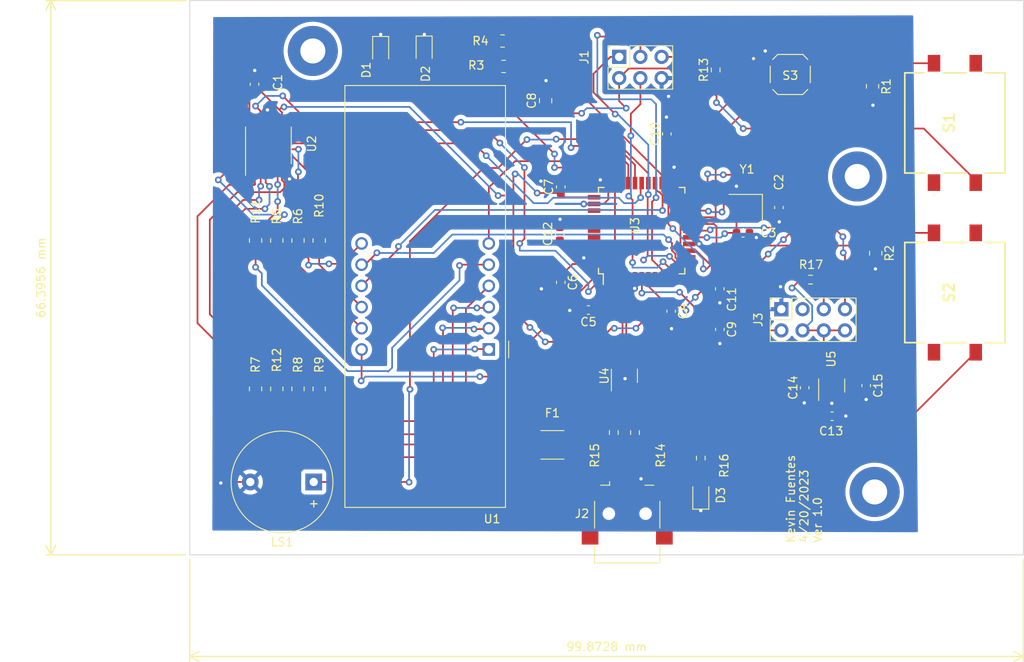
<source format=kicad_pcb>
(kicad_pcb (version 20221018) (generator pcbnew)
  (layers (0 "F.Cu" signal) (31 "B.Cu" signal) (34 "B.Paste" user) (35 "F.Paste" user) (36 "B.SilkS" user "B.Silkscreen") (37 "F.SilkS" user "F.Silkscreen") (38 "B.Mask" user) (39 "F.Mask" user) (44 "Edge.Cuts" user))
  (net 0 "")
  (net 1 "+5V")
  (net 2 "GND")
  (net 3 "XTAL1")
  (net 4 "XTAL2")
  (net 5 "/UCAP")
  (net 6 "/AREF")
  (net 7 "+3.3V")
  (net 8 "Net-(U5-BP)")
  (net 9 "Net-(D1-A)")
  (net 10 "Net-(D2-A)")
  (net 11 "Net-(D3-A)")
  (net 12 "Net-(J2-VBUS)")
  (net 13 "MISO")
  (net 14 "SCK")
  (net 15 "MOSI")
  (net 16 "RST")
  (net 17 "Net-(J2-D-)")
  (net 18 "Net-(J2-D+)")
  (net 21 "TX")
  (net 23 "Net-(J3-Pin_5)")
  (net 24 "RX")
  (net 25 "Buzzer")
  (net 26 "Button_1")
  (net 27 "Button_2")
  (net 28 "RED_LED")
  (net 29 "GREEN_LED")
  (net 30 "a")
  (net 31 "Net-(U1-a)")
  (net 32 "b")
  (net 33 "Net-(U1-b)")
  (net 34 "c")
  (net 35 "Net-(U1-c)")
  (net 36 "d")
  (net 37 "Net-(U1-d)")
  (net 38 "e")
  (net 39 "Net-(U1-e)")
  (net 40 "f")
  (net 41 "Net-(U1-f)")
  (net 42 "g")
  (net 43 "Net-(U1-g)")
  (net 44 "dp")
  (net 45 "Net-(U1-DPX)")
  (net 46 "USB_CONN_D+")
  (net 47 "USB_CONN_D-")
  (net 52 "Dig4")
  (net 53 "Dig3")
  (net 54 "Dig2")
  (net 55 "Dig1")
  (net 57 "SH_CP")
  (net 58 "ST_CP")
  (net 59 "DS")
  (net 60 "USB_D-")
  (net 61 "USB_D+")
  (footprint "Capacitor_SMD:C_0603_1608Metric" (layer "F.Cu") (at 159.992 52.07)
    (fp_text reference "C3")
    (fp_text value "22p")
  )
  (footprint "Display_7Segment:CA56-12EWA" (layer "F.Cu") (at 129.54 66.04 180)
    (fp_text reference "U1")
    (fp_text value "CA56-12EWA")
  )
  (footprint "LED_SMD:LED_0805_2012Metric" (layer "F.Cu") (at 121.793 30.1775 -90)
    (fp_text reference "D2")
    (fp_text value "LED")
  )
  (footprint "Resistor_SMD:R_0603_1608Metric" (layer "F.Cu") (at 144.515 75.9975 90)
    (fp_text reference "R15")
    (fp_text value "22")
  )
  (footprint "LED_SMD:LED_0805_2012Metric" (layer "F.Cu") (at 154.94 83.4875 90)
    (fp_text reference "D3")
    (fp_text value "LED")
  )
  (footprint "Resistor_SMD:R_0805_2012Metric" (layer "F.Cu") (at 101.6 52.9825 -90)
    (fp_text reference "R11")
    (fp_text value "100")
  )
  (footprint "MountingHole:MountingHole_3mm_Pad" (layer "F.Cu") (at 175.768 83.1088)
    (fp_text reference "REF**" hide)
    (fp_text value "MountingHole_3mm_Pad" hide)
  )
  (footprint "Package_SO:TSSOP-16_4.4x5mm_P0.65mm" (layer "F.Cu") (at 103.135 41.5875 90)
    (fp_text reference "U2")
    (fp_text value "74HC595")
  )
  (footprint "Package_QFP:TQFP-44_10x10mm_P0.8mm" (layer "F.Cu") (at 147.855 51.805 90)
    (fp_text reference "U3")
    (fp_text value "ATmega32U4-A")
  )
  (footprint "Resistor_SMD:R_0603_1608Metric" (layer "F.Cu") (at 156.718 32.5506 90)
    (fp_text reference "R13")
    (fp_text value "10k")
  )
  (footprint "MountingHole:MountingHole_3mm_Pad" (layer "F.Cu") (at 173.6852 45.3136)
    (fp_text reference "REF**" hide)
    (fp_text value "MountingHole_3mm_Pad" hide)
  )
  (footprint "MountingHole:MountingHole_3mm_Pad" (layer "F.Cu") (at 108.458 30.2768)
    (fp_text reference "REF**" hide)
    (fp_text value "MountingHole_3mm_Pad" hide)
  )
  (footprint "Package_TO_SOT_SMD:SOT-23-5" (layer "F.Cu") (at 170.622 70.3635 90)
    (fp_text reference "U5")
    (fp_text value "LP2985-3.3")
  )
  (footprint "Resistor_SMD:R_0805_2012Metric" (layer "F.Cu") (at 106.68 70.7625 -90)
    (fp_text reference "R8")
    (fp_text value "100")
  )
  (footprint "Capacitor_SMD:C_0603_1608Metric" (layer "F.Cu") (at 174.752 70.371 -90)
    (fp_text reference "C15")
    (fp_text value "10nF")
  )
  (footprint "Resistor_SMD:R_0805_2012Metric" (layer "F.Cu") (at 101.6 70.7625 -90)
    (fp_text reference "R7")
    (fp_text value "100")
  )
  (footprint "Capacitor_SMD:C_0603_1608Metric" (layer "F.Cu") (at 138.049 52.184 90)
    (fp_text reference "C12")
    (fp_text value "0.1uF")
  )
  (footprint "PTS125_SMD_Button:PTS125_SMD_Button" (layer "F.Cu") (at 185.38 59.22 90)
    (fp_text reference "S2")
    (fp_text value "PTS125SM43SMTR21M_LFS" hide)
  )
  (footprint "Connector_PinSocket_2.54mm:PinSocket_2x03_P2.54mm_Vertical" (layer "F.Cu") (at 145.161 30.988 90)
    (fp_text reference "J1")
    (fp_text value "AVR-ISP-6")
  )
  (footprint "Resistor_SMD:R_0805_2012Metric" (layer "F.Cu") (at 175.514 34.5205 -90)
    (fp_text reference "R1")
    (fp_text value "10k")
  )
  (footprint "Capacitor_SMD:C_0603_1608Metric" (layer "F.Cu") (at 164.297 49.035 90)
    (fp_text reference "C2")
    (fp_text value "22p")
  )
  (footprint "Resistor_SMD:R_0603_1608Metric" (layer "F.Cu") (at 168.082 57.674)
    (fp_text reference "R17")
    (fp_text value "10k")
  )
  (footprint "Resistor_SMD:R_0805_2012Metric" (layer "F.Cu") (at 109.22 52.9825 -90)
    (fp_text reference "R10")
    (fp_text value "100")
  )
  (footprint "Connector_USB:USB_Mini-B_Lumberg_2486_01_Horizontal" (layer "F.Cu") (at 146.125 85.7125)
    (fp_text reference "J2")
    (fp_text value "USB_B_Mini")
  )
  (footprint "Capacitor_SMD:C_0603_1608Metric" (layer "F.Cu") (at 138.165 46.57 90)
    (fp_text reference "C7")
    (fp_text value "0.1uF")
  )
  (footprint "Buzzer_Beeper:Buzzer_12x9.5RM7.6" (layer "F.Cu") (at 108.565 81.915 180)
    (fp_text reference "LS1")
    (fp_text value "Speaker")
  )
  (footprint "Capacitor_SMD:C_0603_1608Metric" (layer "F.Cu") (at 157.226 63.64 -90)
    (fp_text reference "C9")
    (fp_text value "1uF")
  )
  (footprint "Resistor_SMD:R_0805_2012Metric" (layer "F.Cu") (at 104.14 52.9825 -90)
    (fp_text reference "R5")
    (fp_text value "100")
  )
  (footprint "Package_TO_SOT_SMD:SOT-23-6" (layer "F.Cu") (at 145.785 69.2025 90)
    (fp_text reference "U4")
    (fp_text value "USBLC6-2SC6")
  )
  (footprint "Resistor_SMD:R_0805_2012Metric" (layer "F.Cu") (at 106.68 52.9825 -90)
    (fp_text reference "R6")
    (fp_text value "100")
  )
  (footprint "PTS526_SMD_Button:PTS526_SMD_Button" (layer "F.Cu") (at 165.656 33.092)
    (fp_text reference "S3")
    (fp_text value "PTS526_SM08_SMTR2_LFS")
  )
  (footprint "Resistor_SMD:R_0805_2012Metric" (layer "F.Cu") (at 109.22 70.7625 -90)
    (fp_text reference "R9")
    (fp_text value "100")
  )
  (footprint "Capacitor_SMD:C_0603_1608Metric" (layer "F.Cu") (at 101.473 34.277 90)
    (fp_text reference "C1")
    (fp_text value "0.1u")
  )
  (footprint "Fuse:Fuse_1812_4532Metric" (layer "F.Cu") (at 137.16 77.47 180)
    (fp_text reference "F1")
    (fp_text value "PTCSMD")
  )
  (footprint "Capacitor_SMD:C_0805_2012Metric" (layer "F.Cu") (at 136.3472 36.2356 90)
    (fp_text reference "C8")
    (fp_text value "10uF")
  )
  (footprint "Resistor_SMD:R_0805_2012Metric" (layer "F.Cu") (at 175.895 54.5065 -90)
    (fp_text reference "R2")
    (fp_text value "10k")
  )
  (footprint "Connector_PinSocket_2.54mm:PinSocket_2x04_P2.54mm_Vertical" (layer "F.Cu") (at 164.592 61.214 90)
    (fp_text reference "J3")
    (fp_text value "ESP_Conn")
  )
  (footprint "Capacitor_SMD:C_0603_1608Metric" (layer "F.Cu") (at 170.675 74.041)
    (fp_text reference "C13")
    (fp_text value "1uF")
  )
  (footprint "Resistor_SMD:R_0603_1608Metric" (layer "F.Cu") (at 154.94 79.058 -90)
    (fp_text reference "R16")
    (fp_text value "1k")
  )
  (footprint "Crystal:Crystal_SMD_Abracon_ABM8G-4Pin_3.2x2.5mm" (layer "F.Cu") (at 160.317 49.11 180)
    (fp_text reference "Y1")
    (fp_text value "16MHz")
  )
  (footprint "Resistor_SMD:R_0805_2012Metric" (layer "F.Cu") (at 131.191 29.083 180)
    (fp_text reference "R4")
    (fp_text value "330")
  )
  (footprint "Capacitor_SMD:C_0603_1608Metric" (layer "F.Cu") (at 138.165 58 -90)
    (fp_text reference "C6")
    (fp_text value "0.1uF")
  )
  (footprint "Capacitor_SMD:C_0603_1608Metric" (layer "F.Cu") (at 167.386 70.625 -90)
    (fp_text reference "C14")
    (fp_text value "2.2uF")
  )
  (footprint "Resistor_SMD:R_0603_1608Metric" (layer "F.Cu") (at 147.055 75.9975 90)
    (fp_text reference "R14")
    (fp_text value "22")
  )
  (footprint "Capacitor_SMD:C_0603_1608Metric" (layer "F.Cu") (at 141.48 61.315 180)
    (fp_text reference "C5")
    (fp_text value "0.1uF")
  )
  (footprint "Capacitor_SMD:C_0603_1608Metric" (layer "F.Cu") (at 157.215 58.775 -90)
    (fp_text reference "C11")
    (fp_text value "0.1uF")
  )
  (footprint "PTS125_SMD_Button:PTS125_SMD_Button" (layer "F.Cu") (at 185.38 38.9 90)
    (fp_text reference "S1")
    (fp_text value "PTS125SM43SMTR21M_LFS" hide)
  )
  (footprint "Capacitor_SMD:C_0603_1608Metric" (layer "F.Cu") (at 151.384 61.455 -90)
    (fp_text reference "C4")
    (fp_text value "0.1uF")
  )
  (footprint "Capacitor_SMD:C_0603_1608Metric" (layer "F.Cu") (at 150.865 40.22 90)
    (fp_text reference "C10")
    (fp_text value "0.1uF")
  )
  (footprint "Resistor_SMD:R_0805_2012Metric" (layer "F.Cu") (at 104.14 70.7625 -90)
    (fp_text reference "R12")
    (fp_text value "100")
  )
  (footprint "Resistor_SMD:R_0805_2012Metric" (layer "F.Cu") (at 131.318 32.131 180)
    (fp_text reference "R3")
    (fp_text value "330")
  )
  (footprint "LED_SMD:LED_0805_2012Metric" (layer "F.Cu") (at 116.586 30.226 -90)
    (fp_text reference "D1")
    (fp_text value "LED")
  )
  (gr_rect (start 93.715 24.2464) (end 193.5878 90.642) (stroke (width 0.1)) (fill none) (layer "Edge.Cuts"))
  (gr_text "Kevin Fuentes\n4/20/2023\nVer 1.0" (at 169.5196 89.3064 90) (layer "F.SilkS") (effects (font (size 1 1)) (justify left bottom)))
  (dimension (type aligned) (layer "F.SilkS") (pts (xy 193.5878 90.642) (xy 93.715 90.642)) (height -12.1772) (gr_text "99.8728 mm" (at 143.6514 101.6692) (layer "F.SilkS") (effects (font (size 1 1) (thickness 0.15)))) (format (prefix "") (suffix "") (units 3) (units_format 1) (precision 4)) (style (thickness 0.15) (arrow_length 1.27) (text_position_mode 0) (extension_height 0.58642) (extension_offset 0.5) keep_text_aligned))
  (dimension (type aligned) (layer "F.SilkS") (pts (xy 93.715 90.642) (xy 93.715 24.2464)) (height -16.6514) (gr_text "66.3956 mm" (at 75.9136 57.4442 90) (layer "F.SilkS") (effects (font (size 1 1) (thickness 0.15)))) (format (prefix "") (suffix "") (units 3) (units_format 1) (precision 4)) (style (thickness 0.15) (arrow_length 1.27) (text_position_mode 0) (extension_height 0.58642) (extension_offset 0.5) keep_text_aligned))
  (segment (start 147.0071 69.0291) (end 146.397941 69.0291) (width 0.2032) (layer "F.Cu") (net 1))
  (segment (start 151.384 60.68) (end 150.8768 60.68) (width 0.2032) (layer "F.Cu") (net 1))
  (segment (start 104.424304 37.307696) (end 102.168609 35.052) (width 0.2032) (layer "F.Cu") (net 1))
  (segment (start 169.9 74.041) (end 169.9 72.7456) (width 0.2032) (layer "F.Cu") (net 1))
  (segment (start 144.573413 69.104572) (end 145.304573 69.104572) (width 0.2032) (layer "F.Cu") (net 1))
  (segment (start 157.2014 58.0136) (end 157.215 58) (width 0.2032) (layer "F.Cu") (net 1))
  (segment (start 156.8196 36.4744) (end 156.8196 35.6616) (width 0.2032) (layer "F.Cu") (net 1))
  (segment (start 187.88 45.8) (end 181.6532 39.5732) (width 0.2032) (layer "F.Cu") (net 1))
  (segment (start 170.346794 73.1927) (end 169.9 72.745906) (width 0.2032) (layer "F.Cu") (net 1))
  (segment (start 104.76 38.725) (end 104.76 37.643391) (width 0.2032) (layer "F.Cu") (net 1))
  (segment (start 145.785 68.624145) (end 145.785 68.065) (width 0.2032) (layer "F.Cu") (net 1))
  (segment (start 169.9 72.7456) (end 169.9 71.729) (width 0.2032) (layer "F.Cu") (net 1))
  (segment (start 132.9436 56.134) (end 132.4864 55.6768) (width 0.2032) (layer "F.Cu") (net 1))
  (segment (start 151.055 51.0298) (end 151.5872 51.562) (width 0.2032) (layer "F.Cu") (net 1))
  (segment (start 151.055 46.105) (end 151.055 51.0298) (width 0.2032) (layer "F.Cu") (net 1))
  (segment (start 145.304573 69.104572) (end 145.785 68.624145) (width 0.2032) (layer "F.Cu") (net 1))
  (segment (start 156.718 35.142) (end 156.718 33.3756) (width 0.2032) (layer "F.Cu") (net 1))
  (segment (start 102.168609 35.052) (end 101.473 35.052) (width 0.2032) (layer "F.Cu") (net 1))
  (segment (start 142.3924 65.1256) (end 142.494 65.2272) (width 0.2032) (layer "F.Cu") (net 1))
  (segment (start 142.53482 67.06598) (end 144.573413 69.104572) (width 0.2032) (layer "F.Cu") (net 1))
  (segment (start 132.4356 47.5996) (end 132.4864 47.6504) (width 0.2032) (layer "F.Cu") (net 1))
  (segment (start 151.384 60.68) (end 152.4756 60.68) (width 0.2032) (layer "F.Cu") (net 1))
  (segment (start 171.572 71.501) (end 171.572 72.599106) (width 0.2032) (layer "F.Cu") (net 1))
  (segment (start 154.9908 58.0136) (end 157.2014 58.0136) (width 0.2032) (layer "F.Cu") (net 1))
  (segment (start 132.6896 45.0088) (end 132.4864 45.212) (width 0.2032) (layer "F.Cu") (net 1))
  (segment (start 156.8196 35.6616) (end 156.509 35.351) (width 0.2032) (layer "F.Cu") (net 1))
  (segment (start 138.165 47.345) (end 138.625 47.805) (width 0.2032) (layer "F.Cu") (net 1))
  (segment (start 135.0225 74.5783) (end 142.53482 67.06598) (width 0.2032) (layer "F.Cu") (net 1))
  (segment (start 169.9 71.729) (end 169.672 71.501) (width 0.2032) (layer "F.Cu") (net 1))
  (segment (start 130.6576 47.5996) (end 132.4356 47.5996) (width 0.2032) (layer "F.Cu") (net 1))
  (segment (start 157.215 58) (end 157.215 57.0368) (width 0.2032) (layer "F.Cu") (net 1))
  (segment (start 155.2448 56.388) (end 155.6512 56.388) (width 0.2032) (layer "F.Cu") (net 1))
  (segment (start 144.2212 63.5) (end 142.494 65.2272) (width 0.2032) (layer "F.Cu") (net 1))
  (segment (start 142.3924 66.923559) (end 142.53482 67.06598) (width 0.2032) (layer "F.Cu") (net 1))
  (segment (start 138.625 47.805) (end 142.155 47.805) (width 0.2032) (layer "F.Cu") (net 1))
  (segment (start 187.88 66.37) (end 176.9324 77.3176) (width 0.2032) (layer "F.Cu") (net 1))
  (segment (start 154.94 76.962) (end 147.0071 69.0291) (width 0.2032) (layer "F.Cu") (net 1))
  (segment (start 132.4864 45.212) (end 132.4864 47.6504) (width 0.2032) (layer "F.Cu") (net 1))
  (segment (start 150.7236 44.3992) (end 150.7236 41.1364) (width 0.2032) (layer "F.Cu") (net 1))
  (segment (start 154.9908 59.0804) (end 154.9908 58.0136) (width 0.2032) (layer "F.Cu") (net 1))
  (segment (start 151.384 60.68) (end 149.9876 60.68) (width 0.2032) (layer "F.Cu") (net 1))
  (segment (start 142.494 65.2272) (end 142.494 61.554) (width 0.2032) (layer "F.Cu") (net 1))
  (segment (start 142.255 61.315) (end 144.655 58.915) (width 0.2032) (layer "F.Cu") (net 1))
  (segment (start 169.6212 77.3176) (end 169.6212 74.3198) (width 0.2032) (layer "F.Cu") (net 1))
  (segment (start 187.88 46.05) (end 187.88 45.8) (width 0.2032) (layer "F.Cu") (net 1))
  (segment (start 145.9992 37.1348) (end 145.161 36.2966) (width 0.2032) (layer "F.Cu") (net 1))
  (segment (start 176.9324 77.3176) (end 169.6212 77.3176) (width 0.2032) (layer "F.Cu") (net 1))
  (segment (start 145.161 36.2966) (end 145.161 33.528) (width 0.2032) (layer "F.Cu") (net 1))
  (segment (start 155.7188 32.3764) (end 146.3126 32.3764) (width 0.2032) (layer "F.Cu") (net 1))
  (segment (start 155.6512 56.388) (end 156.1087 55.9305) (width 0.2032) (layer "F.Cu") (net 1))
  (segment (start 104.7496 36.9824) (end 105.0036 36.9824) (width 0.2032) (layer "F.Cu") (net 1))
  (segment (start 136.906 37.7444) (end 140.6652 37.7444) (width 0.2032) (layer "F.Cu") (net 1))
  (segment (start 104.76 37.643391) (end 104.424304 37.307696) (width 0.2032) (layer "F.Cu") (net 1))
  (segment (start 100.86 35.665) (end 101.473 35.052) (width 0.2032) (layer "F.Cu") (net 1))
  (segment (start 104.424304 37.307696) (end 104.7496 36.9824) (width 0.2032) (layer "F.Cu") (net 1))
  (segment (start 181.6532 39.5732) (end 160.02 39.5732) (width 0.2032) (layer "F.Cu") (net 1))
  (segment (start 156.718 33.3756) (end 155.7188 32.3764) (width 0.2032) (layer "F.Cu") (net 1))
  (segment (start 154.3832 54.205) (end 153.555 54.205) (width 0.2032) (layer "F.Cu") (net 1))
  (segment (start 139.585 55.805) (end 142.155 55.805) (width 0.2032) (layer "F.Cu") (net 1))
  (segment (start 132.8154 57.225) (end 132.7912 57.2008) (width 0.2032) (layer "F.Cu") (net 1))
  (segment (start 146.3126 32.3764) (end 145.161 33.528) (width 0.2032) (layer "F.Cu") (net 1))
  (segment (start 168.7058 78.233) (end 169.6212 77.3176) (width 0.2032) (layer "F.Cu") (net 1))
  (segment (start 145.785 68.416159) (end 145.785 68.065) (width 0.2032) (layer "F.Cu") (net 1))
  (segment (start 151.055 44.7306) (end 150.7236 44.3992) (width 0.2032) (layer "F.Cu") (net 1))
  (segment (start 150.865 40.995) (end 156.509 35.351) (width 0.2032) (layer "F.Cu") (net 1))
  (segment (start 132.7912 57.2008) (end 132.7912 61.722) (width 0.2032) (layer "F.Cu") (net 1))
  (segment (start 149.9876 60.68) (end 147.1676 63.5) (width 0.2032) (layer "F.Cu") (net 1))
  (segment (start 132.9436 57.225) (end 132.9436 56.134) (width 0.2032) (layer "F.Cu") (net 1))
  (segment (start 154.2796 59.7916) (end 154.9908 59.0804) (width 0.2032) (layer "F.Cu") (net 1))
  (segment (start 151.055 46.105) (end 151.055 44.7306) (width 0.2032) (layer "F.Cu") (net 1))
  (segment (start 150.7236 41.1364) (end 150.865 40.995) (width 0.2032) (layer "F.Cu") (net 1))
  (segment (start 136.2964 65.1256) (end 142.3924 65.1256) (width 0.2032) (layer "F.Cu") (net 1))
  (segment (start 148.655 58.4582) (end 148.655 57.505) (width 0.2032) (layer "F.Cu") (net 1))
  (segment (start 142.3924 65.1256) (end 142.3924 66.923559) (width 0.2032) (layer "F.Cu") (net 1))
  (segment (start 169.9 72.745906) (end 169.9 72.7456) (width 0.2032) (layer "F.Cu") (net 1))
  (segment (start 170.978406 73.1927) (end 170.346794 73.1927) (width 0.2032) (layer "F.Cu") (net 1))
  (segment (start 138.1148 47.2948) (end 138.165 47.345) (width 0.2032) (layer "F.Cu") (net 1))
  (segment (start 171.572 72.599106) (end 170.978406 73.1927) (width 0.2032) (layer "F.Cu") (net 1))
  (segment (start 146.397941 69.0291) (end 145.785 68.416159) (width 0.2032) (layer "F.Cu") (net 1))
  (segment (start 154.94 78.233) (end 154.94 76.962) (width 0.2032) (layer "F.Cu") (net 1))
  (segment (start 100.86 38.725) (end 100.86 35.665) (width 0.2032) (layer "F.Cu") (net 1))
  (segment (start 156.1087 55.9305) (end 154.3832 54.205) (width 0.2032) (layer "F.Cu") (net 1))
  (segment (start 150.8768 60.68) (end 148.655 58.4582) (width 0.2032) (layer "F.Cu") (net 1))
  (segment (start 136.3472 37.1856) (end 136.906 37.7444) (width 0.2032) (layer "F.Cu") (net 1))
  (segment (start 135.3312 47.2948) (end 138.1148 47.2948) (width 0.2032) (layer "F.Cu") (net 1))
  (segment (start 132.4864 47.6504) (end 132.4864 55.6768) (width 0.2032) (layer "F.Cu") (net 1))
  (segment (start 152.4756 60.68) (end 153.162 61.3664) (width 0.2032) (layer "F.Cu") (net 1))
  (segment (start 169.6212 74.3198) (end 169.9 74.041) (width 0.2032) (layer "F.Cu") (net 1))
  (segment (start 132.7912 61.722) (end 134.4676 63.3984) (width 0.2032) (layer "F.Cu") (net 1))
  (segment (start 144.5768 63.5) (end 144.2212 63.5) (width 0.2032) (layer "F.Cu") (net 1))
  (segment (start 142.494 61.554) (end 142.255 61.315) (width 0.2032) (layer "F.Cu") (net 1))
  (segment (start 138.165 57.225) (end 139.585 55.805) (width 0.2032) (layer "F.Cu") (net 1))
  (segment (start 144.655 58.915) (end 144.655 57.505) (width 0.2032) (layer "F.Cu") (net 1))
  (segment (start 156.509 35.351) (end 156.718 35.142) (width 0.2032) (layer "F.Cu") (net 1))
  (segment (start 157.215 57.0368) (end 156.1087 55.9305) (width 0.2032) (layer "F.Cu") (net 1))
  (segment (start 135.0225 77.47) (end 135.0225 74.5783) (width 0.2032) (layer "F.Cu") (net 1))
  (segment (start 132.9436 57.225) (end 132.8154 57.225) (width 0.2032) (layer "F.Cu") (net 1))
  (segment (start 154.94 78.233) (end 168.7058 78.233) (width 0.2032) (layer "F.Cu") (net 1))
  (segment (start 138.165 57.225) (end 132.9436 57.225) (width 0.2032) (layer "F.Cu") (net 1))
  (via (at 147.1676 63.5) (size 0.8) (drill 0.4) (layers "F.Cu" "B.Cu") (net 1))
  (via (at 132.6896 45.0088) (size 0.8) (drill 0.4) (layers "F.Cu" "B.Cu") (net 1))
  (via (at 105.0036 36.9824) (size 0.8) (drill 0.4) (layers "F.Cu" "B.Cu") (net 1))
  (via (at 160.02 39.5732) (size 0.8) (drill 0.4) (layers "F.Cu" "B.Cu") (net 1))
  (via (at 155.2448 56.388) (size 0.8) (drill 0.4) (layers "F.Cu" "B.Cu") (net 1))
  (via (at 130.6576 47.5996) (size 0.8) (drill 0.4) (layers "F.Cu" "B.Cu") (net 1))
  (via (at 145.9992 37.1348) (size 0.8) (drill 0.4) (layers "F.Cu" "B.Cu") (net 1))
  (via (at 151.5872 51.562) (size 0.8) (drill 0.4) (layers "F.Cu" "B.Cu") (net 1))
  (via (at 144.5768 63.5) (size 0.8) (drill 0.4) (layers "F.Cu" "B.Cu") (net 1))
  (via (at 156.8196 36.4744) (size 0.8) (drill 0.4) (layers "F.Cu" "B.Cu") (net 1))
  (via (at 154.2796 59.7916) (size 0.8) (drill 0.4) (layers "F.Cu" "B.Cu") (net 1))
  (via (at 136.2964 65.1256) (size 0.8) (drill 0.4) (layers "F.Cu" "B.Cu") (net 1))
  (via (at 140.6652 37.7444) (size 0.8) (drill 0.4) (layers "F.Cu" "B.Cu") (net 1))
  (via (at 153.162 61.3664) (size 0.8) (drill 0.4) (layers "F.Cu" "B.Cu") (net 1))
  (via (at 134.4676 63.3984) (size 0.8) (drill 0.4) (layers "F.Cu" "B.Cu") (net 1))
  (via (at 135.3312 47.2948) (size 0.8) (drill 0.4) (layers "F.Cu" "B.Cu") (net 1))
  (segment (start 156.9212 36.4744) (end 156.8196 36.4744) (width 0.2032) (layer "B.Cu") (net 1))
  (segment (start 141.2748 37.1348) (end 145.9992 37.1348) (width 0.2032) (layer "B.Cu") (net 1))
  (segment (start 153.162 61.3664) (end 153.162 60.9092) (width 0.2032) (layer "B.Cu") (net 1))
  (segment (start 132.6896 45.0088) (end 133.0452 45.0088) (width 0.2032) (layer "B.Cu") (net 1))
  (segment (start 134.4676 63.3984) (end 134.5692 63.3984) (width 0.2032) (layer "B.Cu") (net 1))
  (segment (start 147.1676 63.5) (end 144.5768 63.5) (width 0.2032) (layer "B.Cu") (net 1))
  (segment (start 160.02 39.5732) (end 156.9212 36.4744) (width 0.2032) (layer "B.Cu") (net 1))
  (segment (start 134.5692 63.3984) (end 136.2964 65.1256) (width 0.2032) (layer "B.Cu") (net 1))
  (segment (start 120.0404 36.9824) (end 130.6576 47.5996) (width 0.2032) (layer "B.Cu") (net 1))
  (segment (start 151.5872 51.562) (end 155.2448 55.2196) (width 0.2032) (layer "B.Cu") (net 1))
  (segment (start 105.0036 36.9824) (end 120.0404 36.9824) (width 0.2032) (layer "B.Cu") (net 1))
  (segment (start 153.162 60.9092) (end 154.2796 59.7916) (width 0.2032) (layer "B.Cu") (net 1))
  (segment (start 133.0452 45.0088) (end 135.3312 47.2948) (width 0.2032) (layer "B.Cu") (net 1))
  (segment (start 140.6652 37.7444) (end 141.2748 37.1348) (width 0.2032) (layer "B.Cu") (net 1))
  (segment (start 155.2448 55.2196) (end 155.2448 56.388) (width 0.2032) (layer "B.Cu") (net 1))
  (segment (start 164.592 58.6232) (end 164.4904 58.5216) (width 0.2032) (layer "F.Cu") (net 2))
  (segment (start 142.155 55.005) (end 140.9814 55.005) (width 0.2032) (layer "F.Cu") (net 2))
  (segment (start 136.3472 35.2856) (end 136.3472 33.8836) (width 0.2032) (layer "F.Cu") (net 2))
  (segment (start 157.215 59.55) (end 157.215 60.441) (width 0.2032) (layer "F.Cu") (net 2))
  (segment (start 154.7226 53.405) (end 154.7368 53.3908) (width 0.2032) (layer "F.Cu") (net 2))
  (segment (start 161.417 49.96) (end 164.147 49.96) (width 0.2032) (layer "F.Cu") (net 2))
  (segment (start 151.855 46.105) (end 151.855 44.3114) (width 0.2032) (layer "F.Cu") (net 2))
  (segment (start 101.473 33.502) (end 101.473 32.639) (width 0.2032) (layer "F.Cu") (net 2))
  (segment (start 150.865 39.445) (end 150.865 38.2414) (width 0.2032) (layer "F.Cu") (net 2))
  (segment (start 138.0876 45.8724) (end 135.7884 45.8724) (width 0.2032) (layer "F.Cu") (net 2))
  (segment (start 157.215 60.441) (end 157.226 60.452) (width 0.2032) (layer "F.Cu") (net 2))
  (segment (start 140.9814 55.005) (end 140.9192 55.0672) (width 0.2032) (layer "F.Cu") (net 2))
  (segment (start 97.5614 81.915) (end 97.4344 82.042) (width 0.2032) (layer "F.Cu") (net 2))
  (segment (start 136.3472 33.8836) (end 136.398 33.8328) (width 0.2032) (layer "F.Cu") (net 2))
  (segment (start 143.2854 46.105) (end 142.9004 45.72) (width 0.2032) (layer "F.Cu") (net 2))
  (segment (start 164.297 50.7082) (end 164.338 50.7492) (width 0.2032) (layer "F.Cu") (net 2))
  (segment (start 159.217 48.26) (end 159.217 46.4918) (width 0.2032) (layer "F.Cu") (net 2))
  (segment (start 151.384 62.23) (end 151.384 63.5) (width 0.2032) (layer "F.Cu") (net 2))
  (segment (start 143.855 46.105) (end 143.2854 46.105) (width 0.2032) (layer "F.Cu") (net 2))
  (segment (start 145.785 70.34) (end 145.785 69.615651) (width 0.2032) (layer "F.Cu") (net 2))
  (segment (start 139.2942 61.315) (end 139.2428 61.3664) (width 0.2032) (layer "F.Cu") (net 2))
  (segment (start 150.241 34.8742) (end 151.0792 35.7124) (width 0.2032) (layer "F.Cu") (net 2))
  (segment (start 135.8398 58.775) (end 135.8392 58.7756) (width 0.2032) (layer "F.Cu") (net 2))
  (segment (start 105.41 45.3644) (end 105.664 45.6184) (width 0.2032) (layer "F.Cu") (net 2))
  (segment (start 175.8696 55.4444) (end 175.895 55.419) (width 0.2032) (layer "F.Cu") (net 2))
  (segment (start 121.793 29.24) (end 121.793 28.321) (width 0.2032) (layer "F.Cu") (net 2))
  (segment (start 142.155 48.605) (end 143.3174 48.605) (width 0.2032) (layer "F.Cu") (net 2))
  (segment (start 150.865 38.2414) (end 150.8252 38.2016) (width 0.2032) (layer "F.Cu") (net 2))
  (segment (start 138.049 51.409) (end 138.049 50.4698) (width 0.2032) (layer "F.Cu") (net 2))
  (segment (start 170.622 72.4764) (end 170.6372 72.4916) (width 0.2032) (layer "F.Cu") (net 2))
  (segment (start 160.767 52.07) (end 161.036 52.07) (width 0.2032) (layer "F.Cu") (net 2))
  (segment (start 154.94 85.344) (end 154.94 84.425) (width 0.2032) (layer "F.Cu") (net 2))
  (segment (start 164.592 61.214) (end 164.592 58.6232) (width 0.2032) (layer "F.Cu") (net 2))
  (segment (start 147.7772 82.9603) (end 147.725 83.0125) (width 0.2032) (layer "F.Cu") (net 2))
  (segment (start 147.7772 81.534) (end 147.7772 82.9603) (width 0.2032) (layer "F.Cu") (net 2))
  (segment (start 175.514 35.433) (end 175.514 36.7284) (width 0.2032) (layer "F.Cu") (net 2))
  (segment (start 100.965 81.915) (end 97.5614 81.915) (width 0.2032) (layer "F.Cu") (net 2))
  (segment (start 138.165 58.775) (end 135.8398 58.775) (width 0.2032) (layer "F.Cu") (net 2))
  (segment (start 161.036 52.07) (end 161.5948 52.6288) (width 0.2032) (layer "F.Cu") (net 2))
  (segment (start 175.514 36.7284) (end 175.5648 36.7792) (width 0.2032) (layer "F.Cu") (net 2))
  (segment (start 150.241 33.528) (end 150.241 34.8742) (width 0.2032) (layer "F.Cu") (net 2))
  (segment (start 162.6616 31.2364) (end 162.656 31.242) (width 0.2032) (layer "F.Cu") (net 2))
  (segment (start 143.3174 48.605) (end 143.855 48.0674) (width 0.2032) (layer "F.Cu") (net 2))
  (segment (start 151.855 44.3114) (end 151.7396 44.196) (width 0.2032) (layer "F.Cu") (net 2))
  (segment (start 174.752 72.0344) (end 174.752 71.146) (width 0.2032) (layer "F.Cu") (net 2))
  (segment (start 142.155 48.605) (end 140.9298 48.605) (width 0.2032) (layer "F.Cu") (net 2))
  (segment (start 102.81 38.725) (end 102.81 37.5504) (width 0.2032) (layer "F.Cu") (net 2))
  (segment (start 121.793 28.321) (end 121.8184 28.2956) (width 0.2032) (layer "F.Cu") (net 2))
  (segment (start 143.855 48.0674) (end 143.855 46.105) (width 0.2032) (layer "F.Cu") (net 2))
  (segment (start 151.384 63.5) (end 151.4348 63.5508) (width 0.2032) (layer "F.Cu") (net 2))
  (segment (start 170.622 71.501) (end 170.622 72.4764) (width 0.2032) (layer "F.Cu") (net 2))
  (segment (start 145.785 69.615651) (end 145.864942 69.535709) (width 0.2032) (layer "F.Cu") (net 2))
  (segment (start 172.3136 74.0156) (end 171.4754 74.0156) (width 0.2032) (layer "F.Cu") (net 2))
  (segment (start 164.147 49.96) (end 164.297 49.81) (width 0.2032) (layer "F.Cu") (net 2))
  (segment (start 153.555 53.405) (end 154.7226 53.405) (width 0.2032) (layer "F.Cu") (net 2))
  (segment (start 105.41 44.45) (end 105.41 45.3644) (width 0.2032) (layer "F.Cu") (net 2))
  (segment (start 171.4754 74.0156) (end 171.45 74.041) (width 0.2032) (layer "F.Cu") (net 2))
  (segment (start 147.055 58.685) (end 147.0152 58.7248) (width 0.2032) (layer "F.Cu") (net 2))
  (segment (start 175.8696 56.388) (end 175.8696 55.4444) (width 0.2032) (layer "F.Cu") (net 2))
  (segment (start 138.049 50.4698) (end 138.0744 50.4444) (width 0.2032) (layer "F.Cu") (net 2))
  (segment (start 147.055 57.505) (end 147.055 58.685) (width 0.2032) (layer "F.Cu") (net 2))
  (segment (start 140.705 61.315) (end 139.2942 61.315) (width 0.2032) (layer "F.Cu") (net 2))
  (segment (start 140.9298 48.605) (end 140.9192 48.6156) (width 0.2032) (layer "F.Cu") (net 2))
  (segment (start 101.473 32.639) (end 101.4984 32.6136) (width 0.2032) (layer "F.Cu") (net 2))
  (segment (start 159.217 46.4918) (end 159.2072 46.482) (width 0.2032) (layer "F.Cu") (net 2))
  (segment (start 138.165 45.795) (end 138.0876 45.8724) (width 0.2032) (layer "F.Cu") (net 2))
  (segment (start 164.297 49.81) (end 164.297 50.7082) (width 0.2032) (layer "F.Cu") (net 2))
  (segment (start 162.6616 30.2768) (end 162.6616 31.2364) (width 0.2032) (layer "F.Cu") (net 2))
  (segment (start 167.386 71.4) (end 167.386 72.39) (width 0.2032) (layer "F.Cu") (net 2))
  (segment (start 116.586 29.2885) (end 116.586 28.2956) (width 0.2032) (layer "F.Cu") (net 2))
  (segment (start 102.81 37.5504) (end 103.0224 37.338) (width 0.2032) (layer "F.Cu") (net 2))
  (segment (start 157.226 64.415) (end 157.226 65.3288) (width 0.2032) (layer "F.Cu") (net 2))
  (segment (start 167.386 72.39) (end 167.3352 72.4408) (width 0.2032) (layer "F.Cu") (net 2))
  (via (at 105.664 45.6184) (size 0.8) (drill 0.4) (layers "F.Cu" "B.Cu") (net 2))
  (via (at 140.9192 48.6156) (size 0.8) (drill 0.4) (layers "F.Cu" "B.Cu") (net 2))
  (via (at 139.2428 61.3664) (size 0.8) (drill 0.4) (layers "F.Cu" "B.Cu") (net 2))
  (via (at 116.586 28.2956) (size 0.8) (drill 0.4) (layers "F.Cu" "B.Cu") (net 2))
  (via (at 147.0152 58.7248) (size 0.8) (drill 0.4) (layers "F.Cu" "B.Cu") (net 2))
  (via (at 151.0792 35.7124) (size 0.8) (drill 0.4) (layers "F.Cu" "B.Cu") (net 2))
  (via (at 161.5948 52.6288) (size 0.8) (drill 0.4) (layers "F.Cu" "B.Cu") (net 2))
  (via (at 135.8392 58.7756) (size 0.8) (drill 0.4) (layers "F.Cu" "B.Cu") (net 2))
  (via (at 175.8696 56.388) (size 0.8) (drill 0.4) (layers "F.Cu" "B.Cu") (net 2))
  (via (at 97.4344 82.042) (size 0.8) (drill 0.4) (layers "F.Cu" "B.Cu") (net 2))
  (via (at 154.94 85.344) (size 0.8) (drill 0.4) (layers "F.Cu" "B.Cu") (net 2))
  (via (at 150.8252 38.2016) (size 0.8) (drill 0.4) (layers "F.Cu" "B.Cu") (net 2))
  (via (at 151.7396 44.196) (size 0.8) (drill 0.4) (layers "F.Cu" "B.Cu") (net 2))
  (via (at 159.2072 46.482) (size 0.8) (drill 0.4) (layers "F.Cu" "B.Cu") (net 2))
  (via (at 175.5648 36.7792) (size 0.8) (drill 0.4) (layers "F.Cu" "B.Cu") (net 2))
  (via (at 147.7772 81.534) (size 0.8) (drill 0.4) (layers "F.Cu" "B.Cu") (net 2))
  (via (at 164.338 50.7492) (size 0.8) (drill 0.4) (layers "F.Cu" "B.Cu") (net 2))
  (via (at 170.6372 72.4916) (size 0.8) (drill 0.4) (layers "F.Cu" "B.Cu") (net 2))
  (via (at 162.6616 30.2768) (size 0.8) (drill 0.4) (layers "F.Cu" "B.Cu") (net 2))
  (via (at 136.398 33.8328) (size 0.8) (drill 0.4) (layers "F.Cu" "B.Cu") (net 2))
  (via (at 157.226 60.452) (size 0.8) (drill 0.4) (layers "F.Cu" "B.Cu") (net 2))
  (via (at 157.226 65.3288) (size 0.8) (drill 0.4) (layers "F.Cu" "B.Cu") (net 2))
  (via (at 101.4984 32.6136) (size 0.8) (drill 0.4) (layers "F.Cu" "B.Cu") (net 2))
  (via (at 151.4348 63.5508) (size 0.8) (drill 0.4) (layers "F.Cu" "B.Cu") (net 2))
  (via (at 142.9004 45.72) (size 0.8) (drill 0.4) (layers "F.Cu" "B.Cu") (net 2))
  (via (at 172.3136 74.0156) (size 0.8) (drill 0.4) (layers "F.Cu" "B.Cu") (net 2))
  (via (at 140.9192 55.0672) (size 0.8) (drill 0.4) (layers "F.Cu" "B.Cu") (net 2))
  (via (at 135.7884 45.8724) (size 0.8) (drill 0.4) (layers "F.Cu" "B.Cu") (net 2))
  (via (at 121.8184 28.2956) (size 0.8) (drill 0.4) (layers "F.Cu" "B.Cu") (net 2))
  (via (at 145.864942 69.535709) (size 0.8) (drill 0.4) (layers "F.Cu" "B.Cu") (net 2))
  (via (at 103.0224 37.338) (size 0.8) (drill 0.4) (layers "F.Cu" "B.Cu") (net 2))
  (via (at 167.3352 72.4408) (size 0.8) (drill 0.4) (layers "F.Cu" "B.Cu") (net 2))
  (via (at 154.7368 53.3908) (size 0.8) (drill 0.4) (layers "F.Cu" "B.Cu") (net 2))
  (via (at 138.0744 50.4444) (size 0.8) (drill 0.4) (layers "F.Cu" "B.Cu") (net 2))
  (via (at 174.752 72.0344) (size 0.8) (drill 0.4) (layers "F.Cu" "B.Cu") (net 2))
  (via (at 164.4904 58.5216) (size 0.8) (drill 0.4) (layers "F.Cu" "B.Cu") (net 2))
  (segment (start 164.297 48.26) (end 165.0899 49.0529) (width 0.2032) (layer "F.Cu") (net 3))
  (segment (start 156.0576 51.7144) (end 155.967 51.805) (width 0.2032) (layer "F.Cu") (net 3))
  (segment (start 165.0899 49.0529) (end 165.0899 50.988806) (width 0.2032) (layer "F.Cu") (net 3))
  (segment (start 161.417 48.26) (end 164.297 48.26) (width 0.2032) (layer "F.Cu") (net 3))
  (segment (start 164.618306 51.4604) (end 162.5092 51.4604) (width 0.2032) (layer "F.Cu") (net 3))
  (segment (start 165.0899 50.988806) (end 164.618306 51.4604) (width 0.2032) (layer "F.Cu") (net 3))
  (segment (start 155.967 51.805) (end 153.555 51.805) (width 0.2032) (layer "F.Cu") (net 3))
  (via (at 156.0576 51.7144) (size 0.8) (drill 0.4) (layers "F.Cu" "B.Cu") (net 3))
  (via (at 162.5092 51.4604) (size 0.8) (drill 0.4) (layers "F.Cu" "B.Cu") (net 3))
  (segment (start 156.3116 51.4604) (end 156.0576 51.7144) (width 0.2032) (layer "B.Cu") (net 3))
  (segment (start 162.5092 51.4604) (end 156.3116 51.4604) (width 0.2032) (layer "B.Cu") (net 3))
  (segment (start 157.900319 52.07) (end 157.808819 52.1615) (width 0.2032) (layer "F.Cu") (net 4))
  (segment (start 155.635714 52.605) (end 155.663746 52.633032) (width 0.2032) (layer "F.Cu") (net 4))
  (segment (start 153.555 52.605) (end 155.635714 52.605) (width 0.2032) (layer "F.Cu") (net 4))
  (segment (start 159.217 52.07) (end 159.217 49.96) (width 0.2032) (layer "F.Cu") (net 4))
  (segment (start 159.217 52.07) (end 157.900319 52.07) (width 0.2032) (layer "F.Cu") (net 4))
  (via (at 157.808819 52.1615) (size 0.8) (drill 0.4) (layers "F.Cu" "B.Cu") (net 4))
  (via (at 155.663746 52.633032) (size 0.8) (drill 0.4) (layers "F.Cu" "B.Cu") (net 4))
  (segment (start 157.808819 52.1615) (end 157.337287 52.633032) (width 0.2032) (layer "B.Cu") (net 4))
  (segment (start 157.337287 52.633032) (end 155.663746 52.633032) (width 0.2032) (layer "B.Cu") (net 4))
  (segment (start 156.083 62.865) (end 152.4 59.182) (width 0.2032) (layer "F.Cu") (net 5))
  (segment (start 147.8788 59.2836) (end 147.8788 57.5288) (width 0.2032) (layer "F.Cu") (net 5))
  (segment (start 157.226 62.865) (end 156.083 62.865) (width 0.2032) (layer "F.Cu") (net 5))
  (segment (start 147.8788 57.5288) (end 147.855 57.505) (width 0.2032) (layer "F.Cu") (net 5))
  (via (at 152.4 59.182) (size 0.8) (drill 0.4) (layers "F.Cu" "B.Cu") (net 5))
  (via (at 147.8788 59.2836) (size 0.8) (drill 0.4) (layers "F.Cu" "B.Cu") (net 5))
  (segment (start 152.4 59.182) (end 147.9804 59.182) (width 0.2032) (layer "B.Cu") (net 5))
  (segment (start 147.9804 59.182) (end 147.8788 59.2836) (width 0.2032) (layer "B.Cu") (net 5))
  (segment (start 138.049 52.959) (end 139.295 54.205) (width 0.2032) (layer "F.Cu") (net 6))
  (segment (start 139.295 54.205) (end 142.155 54.205) (width 0.2032) (layer "F.Cu") (net 6))
  (segment (start 167.257 57.674) (end 166.862 57.674) (width 0.2032) (layer "F.Cu") (net 7))
  (segment (start 169.048 69.85) (end 169.672 69.226) (width 0.2032) (layer "F.Cu") (net 7))
  (segment (start 166.862 57.674) (end 165.862 58.674) (width 0.2032) (layer "F.Cu") (net 7))
  (segment (start 167.132 63.754) (end 169.672 63.754) (width 0.2032) (layer "F.Cu") (net 7))
  (segment (start 169.672 63.754) (end 169.672 69.226) (width 0.2032) (layer "F.Cu") (net 7))
  (segment (start 172.212 63.754) (end 169.672 63.754) (width 0.2032) (layer "F.Cu") (net 7))
  (segment (start 167.386 69.85) (end 169.048 69.85) (width 0.2032) (layer "F.Cu") (net 7))
  (via (at 165.862 58.674) (size 0.8) (drill 0.4) (layers "F.Cu" "B.Cu") (net 7))
  (segment (start 166.220609 58.674) (end 168.2836 60.736991) (width 0.2032) (layer "B.Cu") (net 7))
  (segment (start 168.2836 62.6024) (end 167.132 63.754) (width 0.2032) (layer "B.Cu") (net 7))
  (segment (start 168.2836 60.736991) (end 168.2836 62.6024) (width 0.2032) (layer "B.Cu") (net 7))
  (segment (start 165.862 58.674) (end 166.220609 58.674) (width 0.2032) (layer "B.Cu") (net 7))
  (segment (start 174.752 69.596) (end 174.382 69.226) (width 0.2032) (layer "F.Cu") (net 8))
  (segment (start 174.382 69.226) (end 171.572 69.226) (width 0.2032) (layer "F.Cu") (net 8))
  (segment (start 118.4933 33.0708) (end 129.4657 33.0708) (width 0.2032) (layer "F.Cu") (net 9))
  (segment (start 116.586 31.1635) (end 118.4933 33.0708) (width 0.2032) (layer "F.Cu") (net 9))
  (segment (start 129.4657 33.0708) (end 130.4055 32.131) (width 0.2032) (layer "F.Cu") (net 9))
  (segment (start 124.9934 29.083) (end 130.2785 29.083) (width 0.2032) (layer "F.Cu") (net 10))
  (segment (start 121.793 31.115) (end 122.9614 31.115) (width 0.2032) (layer "F.Cu") (net 10))
  (segment (start 122.9614 31.115) (end 124.9934 29.083) (width 0.2032) (layer "F.Cu") (net 10))
  (segment (start 154.94 82.55) (end 154.94 79.883) (width 0.2032) (layer "F.Cu") (net 11))
  (segment (start 139.2975 77.47) (end 139.2975 77.785) (width 0.2032) (layer "F.Cu") (net 12))
  (segment (start 139.2975 77.785) (end 144.525 83.0125) (width 0.2032) (layer "F.Cu") (net 12))
  (segment (start 142.0876 35.2451) (end 144.6784 37.8359) (width 0.2032) (layer "F.Cu") (net 13))
  (segment (start 151.855 57.505) (end 151.855 55.547592) (width 0.2032) (layer "F.Cu") (net 13))
  (segment (start 151.855 55.547592) (end 151.194928 54.88752) (width 0.2032) (layer "F.Cu") (net 13))
  (segment (start 148.082 55.3212) (end 148.573465 54.829735) (width 0.2032) (layer "F.Cu") (net 13))
  (segment (start 142.0876 33.0082) (end 142.0876 35.2451) (width 0.2032) (layer "F.Cu") (net 13))
  (segment (start 144.1078 30.988) (end 142.0876 33.0082) (width 0.2032) (layer "F.Cu") (net 13))
  (segment (start 148.573465 54.829735) (end 148.573465 47.556399) (width 0.2032) (layer "F.Cu") (net 13))
  (segment (start 148.573465 47.556399) (end 148.65242 47.477444) (width 0.2032) (layer "F.Cu") (net 13))
  (segment (start 145.161 30.988) (end 144.1078 30.988) (width 0.2032) (layer "F.Cu") (net 13))
  (via (at 148.082 55.3212) (size 0.8) (drill 0.4) (layers "F.Cu" "B.Cu") (net 13))
  (via (at 151.194928 54.88752) (size 0.8) (drill 0.4) (layers "F.Cu" "B.Cu") (net 13))
  (via (at 148.65242 47.477444) (size 0.8) (drill 0.4) (layers "F.Cu" "B.Cu") (net 13))
  (via (at 144.6784 37.8359) (size 0.8) (drill 0.4) (layers "F.Cu" "B.Cu") (net 13))
  (segment (start 148.082 55.3212) (end 148.5799 54.8233) (width 0.2032) (layer "B.Cu") (net 13))
  (segment (start 148.5799 54.8233) (end 151.130708 54.8233) (width 0.2032) (layer "B.Cu") (net 13))
  (segment (start 148.65242 47.477444) (end 148.65242 41.51522) (width 0.2032) (layer "B.Cu") (net 13))
  (segment (start 151.130708 54.8233) (end 151.194928 54.88752) (width 0.2032) (layer "B.Cu") (net 13))
  (segment (start 148.65242 41.51522) (end 144.9731 37.8359) (width 0.2032) (layer "B.Cu") (net 13))
  (segment (start 144.9731 37.8359) (end 144.6784 37.8359) (width 0.2032) (layer "B.Cu") (net 13))
  (segment (start 149.098 48.33374) (end 149.578644 47.853096) (width 0.2032) (layer "F.Cu") (net 14))
  (segment (start 150.255 56.453706) (end 149.098 55.296706) (width 0.2032) (layer "F.Cu") (net 14))
  (segment (start 147.701 30.988) (end 147.701 28.829) (width 0.2032) (layer "F.Cu") (net 14))
  (segment (start 149.098 55.296706) (end 149.098 48.33374) (width 0.2032) (layer "F.Cu") (net 14))
  (segment (start 147.4216 28.5496) (end 142.6972 28.5496) (width 0.2032) (layer "F.Cu") (net 14))
  (segment (start 150.255 57.505) (end 150.255 56.453706) (width 0.2032) (layer "F.Cu") (net 14))
  (segment (start 142.6972 28.5496) (end 142.5448 28.3972) (width 0.2032) (layer "F.Cu") (net 14))
  (segment (start 147.701 28.829) (end 147.4216 28.5496) (width 0.2032) (layer "F.Cu") (net 14))
  (via (at 142.5448 28.3972) (size 0.8) (drill 0.4) (layers "F.Cu" "B.Cu") (net 14))
  (via (at 149.578644 47.853096) (size 0.8) (drill 0.4) (layers "F.Cu" "B.Cu") (net 14))
  (segment (start 143.1036 36.068) (end 148.9964 36.068) (width 0.2032) (layer "B.Cu") (net 14))
  (segment (start 142.5448 28.3972) (end 142.5448 35.5092) (width 0.2032) (layer "B.Cu") (net 14))
  (segment (start 149.578644 36.650244) (end 149.578644 47.853096) (width 0.2032) (layer "B.Cu") (net 14))
  (segment (start 142.5448 35.5092) (end 143.1036 36.068) (width 0.2032) (layer "B.Cu") (net 14))
  (segment (start 148.9964 36.068) (end 149.578644 36.650244) (width 0.2032) (layer "B.Cu") (net 14))
  (segment (start 147.701 36.6014) (end 147.701 33.528) (width 0.2032) (layer "F.Cu") (net 15))
  (segment (start 151.055 57.505) (end 151.055 56.1606) (width 0.2032) (layer "F.Cu") (net 15))
  (segment (start 147.7264 36.6268) (end 147.701 36.6014) (width 0.2032) (layer "F.Cu") (net 15))
  (segment (start 151.055 56.1606) (end 150.4188 55.5244) (width 0.2032) (layer "F.Cu") (net 15))
  (segment (start 146.7612 48.12605) (end 146.307022 47.671872) (width 0.2032) (layer "F.Cu") (net 15))
  (segment (start 146.558 40.4368) (end 146.558 37.7952) (width 0.2032) (layer "F.Cu") (net 15))
  (segment (start 146.558 37.7952) (end 147.7264 36.6268) (width 0.2032) (layer "F.Cu") (net 15))
  (segment (start 146.7612 55.626) (end 146.7612 48.12605) (width 0.2032) (layer "F.Cu") (net 15))
  (via (at 146.7612 55.626) (size 0.8) (drill 0.4) (layers "F.Cu" "B.Cu") (net 15))
  (via (at 150.4188 55.5244) (size 0.8) (drill 0.4) (layers "F.Cu" "B.Cu") (net 15))
  (via (at 146.307022 47.671872) (size 0.8) (drill 0.4) (layers "F.Cu" "B.Cu") (net 15))
  (via (at 146.558 40.4368) (size 0.8) (drill 0.4) (layers "F.Cu" "B.Cu") (net 15))
  (segment (start 146.7612 56.2356) (end 146.7612 55.626) (width 0.2032) (layer "B.Cu") (net 15))
  (segment (start 150.4188 55.5244) (end 149.7076 56.2356) (width 0.2032) (layer "B.Cu") (net 15))
  (segment (start 146.558 40.4368) (end 146.558 47.420894) (width 0.2032) (layer "B.Cu") (net 15))
  (segment (start 146.558 47.420894) (end 146.307022 47.671872) (width 0.2032) (layer "B.Cu") (net 15))
  (segment (start 149.7076 56.2356) (end 146.7612 56.2356) (width 0.2032) (layer "B.Cu") (net 15))
  (segment (start 155.9804 30.988) (end 150.241 30.988) (width 0.2032) (layer "F.Cu") (net 16))
  (segment (start 152.5931 43.927606) (end 152.5931 42.1233) (width 0.2032) (layer "F.Cu") (net 16))
  (segment (start 152.5034 54.9066) (end 152.5034 44.017306) (width 0.2032) (layer "F.Cu") (net 16))
  (segment (start 152.5931 42.1233) (end 159.8544 34.862) (width 0.2032) (layer "F.Cu") (net 16))
  (segment (start 152.5034 44.017306) (end 152.5931 43.927606) (width 0.2032) (layer "F.Cu") (net 16))
  (segment (start 159.9344 34.942) (end 159.8544 34.862) (width 0.2032) (layer "F.Cu") (net 16))
  (segment (start 152.6018 55.005) (end 152.5034 54.9066) (width 0.2032) (layer "F.Cu") (net 16))
  (segment (start 162.656 34.942) (end 159.9344 34.942) (width 0.2032) (layer "F.Cu") (net 16))
  (segment (start 156.718 31.7256) (end 155.9804 30.988) (width 0.2032) (layer "F.Cu") (net 16))
  (segment (start 153.555 55.005) (end 152.6018 55.005) (width 0.2032) (layer "F.Cu") (net 16))
  (segment (start 159.8544 34.862) (end 156.718 31.7256) (width 0.2032) (layer "F.Cu") (net 16))
  (segment (start 145.325 77.6325) (end 144.515 76.8225) (width 0.2032) (layer "F.Cu") (net 17))
  (segment (start 145.325 83.0125) (end 145.325 77.6325) (width 0.2032) (layer "F.Cu") (net 17))
  (segment (start 146.125 83.0125) (end 146.125 77.7525) (width 0.2032) (layer "F.Cu") (net 18))
  (segment (start 146.125 77.7525) (end 147.055 76.8225) (width 0.2032) (layer "F.Cu") (net 18))
  (segment (start 157.6832 49.1744) (end 157.5308 49.3268) (width 0.2032) (layer "F.Cu") (net 21))
  (segment (start 162.2044 63.754) (end 162.1536 63.8048) (width 0.2032) (layer "F.Cu") (net 21))
  (segment (start 162.3568 45.6692) (end 158.75 45.6692) (width 0.2032) (layer "F.Cu") (net 21))
  (segment (start 162.1536 55.4736) (end 163.0172 54.61) (width 0.2032) (layer "F.Cu") (net 21))
  (segment (start 157.5308 49.3268) (end 157.5308 49.53) (width 0.2032) (layer "F.Cu") (net 21))
  (segment (start 162.1536 63.8048) (end 162.1536 55.4736) (width 0.2032) (layer "F.Cu") (net 21))
  (segment (start 164.592 63.754) (end 162.2044 63.754) (width 0.2032) (layer "F.Cu") (net 21))
  (segment (start 157.5308 49.53) (end 157.48 49.5808) (width 0.2032) (layer "F.Cu") (net 21))
  (segment (start 164.3888 45.6692) (end 162.3568 45.6692) (width 0.2032) (layer "F.Cu") (net 21))
  (segment (start 166.7256 48.006) (end 164.3888 45.6692) (width 0.2032) (layer "F.Cu") (net 21))
  (segment (start 158.75 45.6692) (end 157.6832 46.736) (width 0.2032) (layer "F.Cu") (net 21))
  (segment (start 157.6832 46.736) (end 157.6832 49.1744) (width 0.2032) (layer "F.Cu") (net 21))
  (segment (start 166.7256 51.0032) (end 166.7256 48.006) (width 0.2032) (layer "F.Cu") (net 21))
  (segment (start 164.846 52.8828) (end 166.7256 51.0032) (width 0.2032) (layer "F.Cu") (net 21))
  (segment (start 155.8544 49.4792) (end 155.7802 49.405) (width 0.2032) (layer "F.Cu") (net 21))
  (segment (start 155.7802 49.405) (end 153.555 49.405) (width 0.2032) (layer "F.Cu") (net 21))
  (via (at 164.846 52.8828) (size 0.8) (drill 0.4) (layers "F.Cu" "B.Cu") (net 21))
  (via (at 163.0172 54.61) (size 0.8) (drill 0.4) (layers "F.Cu" "B.Cu") (net 21))
  (via (at 155.8544 49.4792) (size 0.8) (drill 0.4) (layers "F.Cu" "B.Cu") (net 21))
  (via (at 157.48 49.5808) (size 0.8) (drill 0.4) (layers "F.Cu" "B.Cu") (net 21))
  (segment (start 163.0172 54.61) (end 164.7444 52.8828) (width 0.2032) (layer "B.Cu") (net 21))
  (segment (start 157.48 49.5808) (end 155.956 49.5808) (width 0.2032) (layer "B.Cu") (net 21))
  (segment (start 155.956 49.5808) (end 155.8544 49.4792) (width 0.2032) (layer "B.Cu") (net 21))
  (segment (start 164.7444 52.8828) (end 164.846 52.8828) (width 0.2032) (layer "B.Cu") (net 21))
  (segment (start 169.672 58.439) (end 169.672 61.214) (width 0.2032) (layer "F.Cu") (net 23))
  (segment (start 168.907 57.674) (end 169.672 58.439) (width 0.2032) (layer "F.Cu") (net 23))
  (segment (start 172.212 54.6608) (end 172.0088 54.4576) (width 0.2032) (layer "F.Cu") (net 24))
  (segment (start 171.958 52.5272) (end 164.5412 45.1104) (width 0.2032) (layer "F.Cu") (net 24))
  (segment (start 172.212 61.214) (end 172.212 54.6608) (width 0.2032) (layer "F.Cu") (net 24))
  (segment (start 164.5412 45.1104) (end 157.6324 45.1104) (width 0.2032) (layer "F.Cu") (net 24))
  (segment (start 155.7528 45.0088) (end 155.7528 47.2354) (width 0.2032) (layer "F.Cu") (net 24))
  (segment (start 154.3832 48.605) (end 153.555 48.605) (width 0.2032) (layer "F.Cu") (net 24))
  (segment (start 155.7528 47.2354) (end 154.3832 48.605) (width 0.2032) (layer "F.Cu") (net 24))
  (via (at 155.7528 45.0088) (size 0.8) (drill 0.4) (layers "F.Cu" "B.Cu") (net 24))
  (via (at 172.0088 54.4576) (size 0.8) (drill 0.4) (layers "F.Cu" "B.Cu") (net 24))
  (via (at 157.6324 45.1104) (size 0.8) (drill 0.4) (layers "F.Cu" "B.Cu") (net 24))
  (via (at 171.958 52.5272) (size 0.8) (drill 0.4) (layers "F.Cu" "B.Cu") (net 24))
  (segment (start 157.6324 45.1104) (end 155.8544 45.1104) (width 0.2032) (layer "B.Cu") (net 24))
  (segment (start 172.0088 52.578) (end 171.958 52.5272) (width 0.2032) (layer "B.Cu") (net 24))
  (segment (start 172.0088 54.4576) (end 172.0088 52.578) (width 0.2032) (layer "B.Cu") (net 24))
  (segment (start 155.8544 45.1104) (end 155.7528 45.0088) (width 0.2032) (layer "B.Cu") (net 24))
  (segment (start 130.6576 44.2976) (end 134.0612 40.894) (width 0.2032) (layer "F.Cu") (net 25))
  (segment (start 119.9642 81.915) (end 119.9896 81.9404) (width 0.2032) (layer "F.Cu") (net 25))
  (segment (start 120.0912 53.086) (end 120.0912 70.8152) (width 0.2032) (layer "F.Cu") (net 25))
  (segment (start 108.565 81.915) (end 119.9642 81.915) (width 0.2032) (layer "F.Cu") (net 25))
  (segment (start 134.0612 40.894) (end 134.112 40.894) (width 0.2032) (layer "F.Cu") (net 25))
  (segment (start 130.6576 44.2976) (end 128.8796 44.2976) (width 0.2032) (layer "F.Cu") (net 25))
  (segment (start 137.6172 40.8432) (end 144.536705 40.8432) (width 0.2032) (layer "F.Cu") (net 25))
  (segment (start 128.8796 44.2976) (end 120.0912 53.086) (width 0.2032) (layer "F.Cu") (net 25))
  (segment (start 148.655 44.961495) (end 148.655 46.105) (width 0.2032) (layer "F.Cu") (net 25))
  (segment (start 144.536705 40.8432) (end 148.655 44.961495) (width 0.2032) (layer "F.Cu") (net 25))
  (via (at 134.112 40.894) (size 0.8) (drill 0.4) (layers "F.Cu" "B.Cu") (net 25))
  (via (at 119.9896 81.9404) (size 0.8) (drill 0.4) (layers "F.Cu" "B.Cu") (net 25))
  (via (at 137.6172 40.8432) (size 0.8) (drill 0.4) (layers "F.Cu" "B.Cu") (net 25))
  (via (at 120.0912 70.8152) (size 0.8) (drill 0.4) (layers "F.Cu" "B.Cu") (net 25))
  (segment (start 137.5664 40.894) (end 137.6172 40.8432) (width 0.2032) (layer "B.Cu") (net 25))
  (segment (start 119.9896 70.9168) (end 120.0912 70.8152) (width 0.2032) (layer "B.Cu") (net 25))
  (segment (start 119.9896 81.9404) (end 119.9896 70.9168) (width 0.2032) (layer "B.Cu") (net 25))
  (segment (start 134.112 40.894) (end 137.5664 40.894) (width 0.2032) (layer "B.Cu") (net 25))
  (segment (start 175.514 33.608) (end 171.6824 37.4396) (width 0.2032) (layer "F.Cu") (net 26))
  (segment (start 171.6824 37.4396) (end 160.274 37.4396) (width 0.2032) (layer "F.Cu") (net 26))
  (segment (start 160.274 37.4396) (end 156.718 40.9956) (width 0.2032) (layer "F.Cu") (net 26))
  (segment (start 175.514 33.608) (end 177.372 31.75) (width 0.2032) (layer "F.Cu") (net 26))
  (segment (start 156.718 50.1904) (end 156.7034 50.205) (width 0.2032) (layer "F.Cu") (net 26))
  (segment (start 156.7034 50.205) (end 153.555 50.205) (width 0.2032) (layer "F.Cu") (net 26))
  (segment (start 177.372 31.75) (end 182.88 31.75) (width 0.2032) (layer "F.Cu") (net 26))
  (segment (start 156.718 40.9956) (end 156.718 50.1904) (width 0.2032) (layer "F.Cu") (net 26))
  (segment (start 156.8196 53.34) (end 156.8196 51.308) (width 0.2032) (layer "F.Cu") (net 27))
  (segment (start 156.8196 51.308) (end 156.5166 51.005) (width 0.2032) (layer "F.Cu") (net 27))
  (segment (start 156.5166 51.005) (end 153.555 51.005) (width 0.2032) (layer "F.Cu") (net 27))
  (segment (start 182.88 52.07) (end 177.419 52.07) (width 0.2032) (layer "F.Cu") (net 27))
  (segment (start 175.895 53.594) (end 157.0736 53.594) (width 0.2032) (layer "F.Cu") (net 27))
  (segment (start 177.419 52.07) (end 175.895 53.594) (width 0.2032) (layer "F.Cu") (net 27))
  (segment (start 157.0736 53.594) (end 156.8196 53.34) (width 0.2032) (layer "F.Cu") (net 27))
  (segment (start 144.8308 44.2468) (end 145.455 44.871) (width 0.2032) (layer "F.Cu") (net 28))
  (segment (start 132.2305 32.131) (end 132.2305 37.4377) (width 0.2032) (layer "F.Cu") (net 28))
  (segment (start 137.414 44.2468) (end 144.8308 44.2468) (width 0.2032) (layer "F.Cu") (net 28))
  (segment (start 145.455 44.871) (end 145.455 46.105) (width 0.2032) (layer "F.Cu") (net 28))
  (segment (start 132.2305 37.4377) (end 137.414 42.6212) (width 0.2032) (layer "F.Cu") (net 28))
  (via (at 137.414 42.6212) (size 0.8) (drill 0.4) (layers "F.Cu" "B.Cu") (net 28))
  (via (at 137.414 44.2468) (size 0.8) (drill 0.4) (layers "F.Cu" "B.Cu") (net 28))
  (segment (start 137.414 42.6212) (end 137.414 44.2468) (width 0.2032) (layer "B.Cu") (net 28))
  (segment (start 134.212694 29.083) (end 150.255 45.125306) (width 0.2032) (layer "F.Cu") (net 29))
  (segment (start 132.1035 29.083) (end 134.212694 29.083) (width 0.2032) (layer "F.Cu") (net 29))
  (segment (start 150.255 45.125306) (end 150.255 46.105) (width 0.2032) (layer "F.Cu") (net 29))
  (segment (start 104.14 52.07) (end 104.14 50.8) (width 0.2032) (layer "F.Cu") (net 30))
  (segment (start 101.51 41.3396) (end 101.51 38.725) (width 0.2032) (layer "F.Cu") (net 30))
  (segment (start 97.1296 45.72) (end 101.51 41.3396) (width 0.2032) (layer "F.Cu") (net 30))
  (segment (start 104.14 50.8) (end 105.0544 49.8856) (width 0.2032) (layer "F.Cu") (net 30))
  (via (at 97.1296 45.72) (size 0.8) (drill 0.4) (layers "F.Cu" "B.Cu") (net 30))
  (via (at 105.0544 49.8856) (size 0.8) (drill 0.4) (layers "F.Cu" "B.Cu") (net 30))
  (segment (start 101.2952 49.8856) (end 97.1296 45.72) (width 0.2032) (layer "B.Cu") (net 30))
  (segment (start 105.0544 49.8856) (end 101.2952 49.8856) (width 0.2032) (layer "B.Cu") (net 30))
  (segment (start 104.14 53.895) (end 104.695 53.895) (width 0.2032) (layer "F.Cu") (net 31))
  (segment (start 104.695 53.895) (end 114.3 63.5) (width 0.2032) (layer "F.Cu") (net 31))
  (segment (start 100.86 44.45) (end 100.86 43.794552) (width 0.2032) (layer "F.Cu") (net 32))
  (segment (start 102.602252 42.0523) (end 106.7308 42.0523) (width 0.2032) (layer "F.Cu") (net 32))
  (segment (start 106.68 44.8056) (end 106.7308 44.7548) (width 0.2032) (layer "F.Cu") (net 32))
  (segment (start 100.86 43.794552) (end 102.602252 42.0523) (width 0.2032) (layer "F.Cu") (net 32))
  (segment (start 106.68 52.07) (end 106.68 44.8056) (width 0.2032) (layer "F.Cu") (net 32))
  (via (at 106.7308 42.0523) (size 0.8) (drill 0.4) (layers "F.Cu" "B.Cu") (net 32))
  (via (at 106.7308 44.7548) (size 0.8) (drill 0.4) (layers "F.Cu" "B.Cu") (net 32))
  (segment (start 106.7308 44.7548) (end 106.7308 42.0523) (width 0.2032) (layer "B.Cu") (net 32))
  (segment (start 107.95 55.9308) (end 107.95 55.165) (width 0.2032) (layer "F.Cu") (net 33))
  (segment (start 107.95 55.165) (end 106.68 53.895) (width 0.2032) (layer "F.Cu") (net 33))
  (segment (start 114.3 53.34) (end 111.8616 55.7784) (width 0.2032) (layer "F.Cu") (net 33))
  (segment (start 111.8616 55.7784) (end 110.3884 55.7784) (width 0.2032) (layer "F.Cu") (net 33))
  (via (at 110.3884 55.7784) (size 0.8) (drill 0.4) (layers "F.Cu" "B.Cu") (net 33))
  (via (at 107.95 55.9308) (size 0.8) (drill 0.4) (layers "F.Cu" "B.Cu") (net 33))
  (segment (start 110.3884 55.7784) (end 108.1024 55.7784) (width 0.2032) (layer "B.Cu") (net 33))
  (segment (start 108.1024 55.7784) (end 107.95 55.9308) (width 0.2032) (layer "B.Cu") (net 33))
  (segment (start 101.5492 46.228) (end 101.51 46.1888) (width 0.2032) (layer "F.Cu") (net 34))
  (segment (start 101.51 46.1888) (end 101.51 44.45) (width 0.2032) (layer "F.Cu") (net 34))
  (segment (start 94.6404 62.8904) (end 94.6404 50.0888) (width 0.2032) (layer "F.Cu") (net 34))
  (segment (start 101.6 69.85) (end 94.6404 62.8904) (width 0.2032) (layer "F.Cu") (net 34))
  (segment (start 94.6404 50.0888) (end 98.3996 46.3296) (width 0.2032) (layer "F.Cu") (net 34))
  (segment (start 98.3996 46.3296) (end 101.4476 46.3296) (width 0.2032) (layer "F.Cu") (net 34))
  (segment (start 101.4476 46.3296) (end 101.5492 46.228) (width 0.2032) (layer "F.Cu") (net 34))
  (segment (start 108.8682 78.9432) (end 101.6 71.675) (width 0.2032) (layer "F.Cu") (net 35))
  (segment (start 129.54 58.42) (end 126.7968 61.1632) (width 0.2032) (layer "F.Cu") (net 35))
  (segment (start 126.7968 61.1632) (end 126.7968 78.9432) (width 0.2032) (layer "F.Cu") (net 35))
  (segment (start 126.7968 78.9432) (end 108.8682 78.9432) (width 0.2032) (layer "F.Cu") (net 35))
  (segment (start 106.68 69.85) (end 97.8408 61.0108) (width 0.2032) (layer "F.Cu") (net 36))
  (segment (start 102.2096 44.4996) (end 102.16 44.45) (width 0.2032) (layer "F.Cu") (net 36))
  (segment (start 100.105613 48.128787) (end 102.0165 48.128787) (width 0.2032) (layer "F.Cu") (net 36))
  (segment (start 102.2096 46.482) (end 102.2096 44.4996) (width 0.2032) (layer "F.Cu") (net 36))
  (segment (start 97.8408 50.3936) (end 100.105613 48.128787) (width 0.2032) (layer "F.Cu") (net 36))
  (segment (start 97.8408 61.0108) (end 97.8408 50.3936) (width 0.2032) (layer "F.Cu") (net 36))
  (via (at 102.2096 46.482) (size 0.8) (drill 0.4) (layers "F.Cu" "B.Cu") (net 36))
  (via (at 102.0165 48.128787) (size 0.8) (drill 0.4) (layers "F.Cu" "B.Cu") (net 36))
  (segment (start 102.2096 46.482) (end 102.0165 46.6751) (width 0.2032) (layer "B.Cu") (net 36))
  (segment (start 102.0165 46.6751) (end 102.0165 48.128787) (width 0.2032) (layer "B.Cu") (net 36))
  (segment (start 124.0536 63.5) (end 124.0028 63.4492) (width 0.2032) (layer "F.Cu") (net 37))
  (segment (start 122.682 76.2) (end 123.9012 76.2) (width 0.2032) (layer "F.Cu") (net 37))
  (segment (start 123.9012 76.2) (end 124.0536 76.0476) (width 0.2032) (layer "F.Cu") (net 37))
  (segment (start 129.4384 63.6016) (end 129.54 63.5) (width 0.2032) (layer "F.Cu") (net 37))
  (segment (start 127.762 63.6016) (end 129.4384 63.6016) (width 0.2032) (layer "F.Cu") (net 37))
  (segment (start 124.0536 76.0476) (end 124.0536 63.5) (width 0.2032) (layer "F.Cu") (net 37))
  (segment (start 111.205 76.2) (end 122.682 76.2) (width 0.2032) (layer "F.Cu") (net 37))
  (segment (start 106.68 71.675) (end 111.205 76.2) (width 0.2032) (layer "F.Cu") (net 37))
  (via (at 124.0028 63.4492) (size 0.8) (drill 0.4) (layers "F.Cu" "B.Cu") (net 37))
  (via (at 127.762 63.6016) (size 0.8) (drill 0.4) (layers "F.Cu" "B.Cu") (net 37))
  (segment (start 124.0028 63.4492) (end 127.6096 63.4492) (width 0.2032) (layer "B.Cu") (net 37))
  (segment (start 127.6096 63.4492) (end 127.762 63.6016) (width 0.2032) (layer "B.Cu") (net 37))
  (segment (start 99.1108 59.7408) (end 99.1108 50.4444) (width 0.2032) (layer "F.Cu") (net 38))
  (segment (start 102.81 46.039607) (end 103.265865 46.495472) (width 0.2032) (layer "F.Cu") (net 38))
  (segment (start 102.7176 49.1845) (end 100.3707 49.1845) (width 0.2032) (layer "F.Cu") (net 38))
  (segment (start 99.1108 50.4444) (end 100.3707 49.1845) (width 0.2032) (layer "F.Cu") (net 38))
  (segment (start 109.22 69.85) (end 99.1108 59.7408) (width 0.2032) (layer "F.Cu") (net 38))
  (segment (start 102.81 44.45) (end 102.81 46.039607) (width 0.2032) (layer "F.Cu") (net 38))
  (via (at 102.7176 49.1845) (size 0.8) (drill 0.4) (layers "F.Cu" "B.Cu") (net 38))
  (via (at 103.265865 46.495472) (size 0.8) (drill 0.4) (layers "F.Cu" "B.Cu") (net 38))
  (segment (start 103.265865 46.495472) (end 103.265865 48.636235) (width 0.2032) (layer "B.Cu") (net 38))
  (segment (start 103.265865 48.636235) (end 102.7176 49.1845) (width 0.2032) (layer "B.Cu") (net 38))
  (segment (start 109.22 71.675) (end 112.1702 74.6252) (width 0.2032) (layer "F.Cu") (net 39))
  (segment (start 122.936 74.6252) (end 122.936 66.04) (width 0.2032) (layer "F.Cu") (net 39))
  (segment (start 127.8636 65.9892) (end 129.4892 65.9892) (width 0.2032) (layer "F.Cu") (net 39))
  (segment (start 129.4892 65.9892) (end 129.54 66.04) (width 0.2032) (layer "F.Cu") (net 39))
  (segment (start 112.1702 74.6252) (end 122.936 74.6252) (width 0.2032) (layer "F.Cu") (net 39))
  (via (at 122.936 66.04) (size 0.8) (drill 0.4) (layers "F.Cu" "B.Cu") (net 39))
  (via (at 127.8636 65.9892) (size 0.8) (drill 0.4) (layers "F.Cu" "B.Cu") (net 39))
  (segment (start 127.8128 66.04) (end 127.8636 65.9892) (width 0.2032) (layer "B.Cu") (net 39))
  (segment (start 122.936 66.04) (end 127.8128 66.04) (width 0.2032) (layer "B.Cu") (net 39))
  (segment (start 109.22 52.07) (end 109.22 46.0756) (width 0.2032) (layer "F.Cu") (net 40))
  (segment (start 105.918 42.7736) (end 103.5812 42.7736) (width 0.2032) (layer "F.Cu") (net 40))
  (segment (start 103.5812 42.7736) (end 103.5812 44.3288) (width 0.2032) (layer "F.Cu") (net 40))
  (segment (start 103.5812 44.3288) (end 103.46 44.45) (width 0.2032) (layer "F.Cu") (net 40))
  (segment (start 109.22 46.0756) (end 105.918 42.7736) (width 0.2032) (layer "F.Cu") (net 40))
  (segment (start 109.22 55.88) (end 114.3 60.96) (width 0.2032) (layer "F.Cu") (net 41))
  (segment (start 109.22 53.895) (end 109.22 55.88) (width 0.2032) (layer "F.Cu") (net 41))
  (segment (start 104.2416 49.4284) (end 104.2416 48.3108) (width 0.2032) (layer "F.Cu") (net 42))
  (segment (start 101.6 52.07) (end 104.2416 49.4284) (width 0.2032) (layer "F.Cu") (net 42))
  (segment (start 104.2416 46.2788) (end 104.2416 44.5816) (width 0.2032) (layer "F.Cu") (net 42))
  (segment (start 104.2416 44.5816) (end 104.11 44.45) (width 0.2032) (layer "F.Cu") (net 42))
  (via (at 104.2416 46.2788) (size 0.8) (drill 0.4) (layers "F.Cu" "B.Cu") (net 42))
  (via (at 104.2416 48.3108) (size 0.8) (drill 0.4) (layers "F.Cu" "B.Cu") (net 42))
  (segment (start 104.2416 48.3108) (end 104.2416 46.2788) (width 0.2032) (layer "B.Cu") (net 42))
  (segment (start 126.0348 55.9816) (end 126.1364 55.88) (width 0.2032) (layer "F.Cu") (net 43))
  (segment (start 101.6 53.895) (end 101.6 56.1848) (width 0.2032) (layer "F.Cu") (net 43))
  (segment (start 126.1364 55.88) (end 129.54 55.88) (width 0.2032) (layer "F.Cu") (net 43))
  (via (at 126.0348 55.9816) (size 0.8) (drill 0.4) (layers "F.Cu" "B.Cu") (net 43))
  (via (at 101.6 56.1848) (size 0.8) (drill 0.4) (layers "F.Cu" "B.Cu") (net 43))
  (segment (start 102.3468 58.354) (end 112.6236 68.6308) (width 0.2032) (layer "B.Cu") (net 43))
  (segment (start 112.6236 68.6308) (end 117.4496 68.6308) (width 0.2032) (layer "B.Cu") (net 43))
  (segment (start 117.9576 68.2244) (end 117.9576 65.8368) (width 0.2032) (layer "B.Cu") (net 43))
  (segment (start 102.3468 56.9316) (end 102.3468 58.354) (width 0.2032) (layer "B.Cu") (net 43))
  (segment (start 117.9576 65.8368) (end 126.0348 57.7596) (width 0.2032) (layer "B.Cu") (net 43))
  (segment (start 117.4496 68.6308) (end 117.5004 68.6816) (width 0.2032) (layer "B.Cu") (net 43))
  (segment (start 126.0348 57.7596) (end 126.0348 55.9816) (width 0.2032) (layer "B.Cu") (net 43))
  (segment (start 117.5004 68.6816) (end 117.9576 68.2244) (width 0.2032) (layer "B.Cu") (net 43))
  (segment (start 101.6 56.1848) (end 102.3468 56.9316) (width 0.2032) (layer "B.Cu") (net 43))
  (segment (start 96.1136 61.8236) (end 104.14 69.85) (width 0.2032) (layer "F.Cu") (net 44))
  (segment (start 105.0443 46.6953) (end 104.543028 47.196572) (width 0.2032) (layer "F.Cu") (net 44))
  (segment (start 105.0443 46.039194) (end 105.0443 46.6953) (width 0.2032) (layer "F.Cu") (net 44))
  (segment (start 99.412228 47.196572) (end 96.1136 50.4952) (width 0.2032) (layer "F.Cu") (net 44))
  (segment (start 96.1136 50.4952) (end 96.1136 61.8236) (width 0.2032) (layer "F.Cu") (net 44))
  (segment (start 104.76 44.45) (end 104.76 45.754894) (width 0.2032) (layer "F.Cu") (net 44))
  (segment (start 104.543028 47.196572) (end 99.412228 47.196572) (width 0.2032) (layer "F.Cu") (net 44))
  (segment (start 104.76 45.754894) (end 105.0443 46.039194) (width 0.2032) (layer "F.Cu") (net 44))
  (segment (start 109.8842 77.4192) (end 125.222 77.4192) (width 0.2032) (layer "F.Cu") (net 45))
  (segment (start 104.14 71.675) (end 109.8842 77.4192) (width 0.2032) (layer "F.Cu") (net 45))
  (segment (start 128.1176 61.0616) (end 129.4384 61.0616) (width 0.2032) (layer "F.Cu") (net 45))
  (segment (start 125.222 61.1632) (end 125.3236 61.0616) (width 0.2032) (layer "F.Cu") (net 45))
  (segment (start 129.4384 61.0616) (end 129.54 60.96) (width 0.2032) (layer "F.Cu") (net 45))
  (segment (start 125.222 77.4192) (end 125.222 61.1632) (width 0.2032) (layer "F.Cu") (net 45))
  (via (at 128.1176 61.0616) (size 0.8) (drill 0.4) (layers "F.Cu" "B.Cu") (net 45))
  (via (at 125.3236 61.0616) (size 0.8) (drill 0.4) (layers "F.Cu" "B.Cu") (net 45))
  (segment (start 125.3236 61.0616) (end 128.1176 61.0616) (width 0.2032) (layer "B.Cu") (net 45))
  (segment (start 147.055 75.1725) (end 146.01 74.1275) (width 0.2032) (layer "F.Cu") (net 46))
  (segment (start 146.01 71.7425) (end 146.735 71.0175) (width 0.2032) (layer "F.Cu") (net 46))
  (segment (start 146.735 71.0175) (end 146.735 70.34) (width 0.2032) (layer "F.Cu") (net 46))
  (segment (start 146.01 74.1275) (end 146.01 71.7425) (width 0.2032) (layer "F.Cu") (net 46))
  (segment (start 145.56 71.7425) (end 144.835 71.0175) (width 0.2032) (layer "F.Cu") (net 47))
  (segment (start 144.835 71.0175) (end 144.835 70.34) (width 0.2032) (layer "F.Cu") (net 47))
  (segment (start 144.515 75.1725) (end 145.56 74.1275) (width 0.2032) (layer "F.Cu") (net 47))
  (segment (start 145.56 74.1275) (end 145.56 71.7425) (width 0.2032) (layer "F.Cu") (net 47))
  (segment (start 145.836094 43.4848) (end 146.255 43.903706) (width 0.2032) (layer "F.Cu") (net 52))
  (segment (start 146.255 43.903706) (end 146.255 46.105) (width 0.2032) (layer "F.Cu") (net 52))
  (segment (start 129.54 46.6344) (end 132.6896 43.4848) (width 0.2032) (layer "F.Cu") (net 52))
  (segment (start 132.6896 43.4848) (end 145.836094 43.4848) (width 0.2032) (layer "F.Cu") (net 52))
  (segment (start 129.54 53.34) (end 129.54 46.6344) (width 0.2032) (layer "F.Cu") (net 52))
  (segment (start 151.484848 54.185934) (end 151.484848 53.288448) (width 0.2032) (layer "F.Cu") (net 53))
  (segment (start 153.555 55.805) (end 152.681914 55.805) (width 0.2032) (layer "F.Cu") (net 53))
  (segment (start 151.896028 54.597114) (end 151.484848 54.185934) (width 0.2032) (layer "F.Cu") (net 53))
  (segment (start 151.484848 53.288448) (end 151.0792 52.8828) (width 0.2032) (layer "F.Cu") (net 53))
  (segment (start 114.7064 55.88) (end 116.1288 54.4576) (width 0.2032) (layer "F.Cu") (net 53))
  (segment (start 114.3 55.88) (end 114.7064 55.88) (width 0.2032) (layer "F.Cu") (net 53))
  (segment (start 151.896028 55.019114) (end 151.896028 54.597114) (width 0.2032) (layer "F.Cu") (net 53))
  (segment (start 152.681914 55.805) (end 151.896028 55.019114) (width 0.2032) (layer "F.Cu") (net 53))
  (via (at 116.1288 54.4576) (size 0.8) (drill 0.4) (layers "F.Cu" "B.Cu") (net 53))
  (via (at 151.0792 52.8828) (size 0.8) (drill 0.4) (layers "F.Cu" "B.Cu") (net 53))
  (segment (start 116.150326 54.479126) (end 122.957526 54.479126) (width 0.2032) (layer "B.Cu") (net 53))
  (segment (start 151.0792 52.8828) (end 150.4696 52.2732) (width 0.2032) (layer "B.Cu") (net 53))
  (segment (start 150.4696 52.2732) (end 125.163452 52.2732) (width 0.2032) (layer "B.Cu") (net 53))
  (segment (start 116.1288 54.4576) (end 116.150326 54.479126) (width 0.2032) (layer "B.Cu") (net 53))
  (segment (start 125.163452 52.2732) (end 122.957526 54.479126) (width 0.2032) (layer "B.Cu") (net 53))
  (segment (start 149.845405 47.1566) (end 149.941696 47.1566) (width 0.2032) (layer "F.Cu") (net 54))
  (segment (start 149.941696 47.1566) (end 150.3539 47.568804) (width 0.2032) (layer "F.Cu") (net 54))
  (segment (start 114.3 58.42) (end 118.7196 54.0004) (width 0.2032) (layer "F.Cu") (net 54))
  (segment (start 118.7196 54.0004) (end 118.7196 53.6956) (width 0.2032) (layer "F.Cu") (net 54))
  (segment (start 150.3539 47.568804) (end 150.3539 49.395459) (width 0.2032) (layer "F.Cu") (net 54))
  (segment (start 149.455 46.766195) (end 149.845405 47.1566) (width 0.2032) (layer "F.Cu") (net 54))
  (segment (start 149.455 46.105) (end 149.455 46.766195) (width 0.2032) (layer "F.Cu") (net 54))
  (via (at 118.7196 53.6956) (size 0.8) (drill 0.4) (layers "F.Cu" "B.Cu") (net 54))
  (via (at 150.3539 49.395459) (size 0.8) (drill 0.4) (layers "F.Cu" "B.Cu") (net 54))
  (segment (start 150.285241 49.3268) (end 150.3539 49.395459) (width 0.2032) (layer "B.Cu") (net 54))
  (segment (start 118.7196 53.6956) (end 123.0884 49.3268) (width 0.2032) (layer "B.Cu") (net 54))
  (segment (start 123.0884 49.3268) (end 150.285241 49.3268) (width 0.2032) (layer "B.Cu") (net 54))
  (segment (start 114.2492 69.7992) (end 114.3 69.7484) (width 0.2032) (layer "F.Cu") (net 55))
  (segment (start 130.297 69.2912) (end 128.4732 69.2912) (width 0.2032) (layer "F.Cu") (net 55))
  (segment (start 114.3 69.7484) (end 114.3 66.04) (width 0.2032) (layer "F.Cu") (net 55))
  (segment (start 144.655 54.9332) (end 130.297 69.2912) (width 0.2032) (layer "F.Cu") (net 55))
  (segment (start 144.655 46.105) (end 144.655 54.9332) (width 0.2032) (layer "F.Cu") (net 55))
  (via (at 114.2492 69.7992) (size 0.8) (drill 0.4) (layers "F.Cu" "B.Cu") (net 55))
  (via (at 128.4732 69.2912) (size 0.8) (drill 0.4) (layers "F.Cu" "B.Cu") (net 55))
  (segment (start 114.7572 69.2912) (end 114.2492 69.7992) (width 0.2032) (layer "B.Cu") (net 55))
  (segment (start 128.4732 69.2912) (end 114.7572 69.2912) (width 0.2032) (layer "B.Cu") (net 55))
  (segment (start 104.413158 39.7641) (end 129.3245 39.7641) (width 0.2032) (layer "F.Cu") (net 57))
  (segment (start 143.855 57.505) (end 143.074707 57.505) (width 0.2032) (layer "F.Cu") (net 57))
  (segment (start 104.11 39.460942) (end 104.413158 39.7641) (width 0.2032) (layer "F.Cu") (net 57))
  (segment (start 104.11 38.725) (end 104.11 39.460942) (width 0.2032) (layer "F.Cu") (net 57))
  (segment (start 129.3245 39.7641) (end 130.8608 41.3004) (width 0.2032) (layer "F.Cu") (net 57))
  (segment (start 143.074707 57.505) (end 141.474078 59.105629) (width 0.2032) (layer "F.Cu") (net 57))
  (segment (start 133.2484 53.34) (end 133.8072 52.7812) (width 0.2032) (layer "F.Cu") (net 57))
  (segment (start 133.8072 52.7812) (end 133.8072 44.2468) (width 0.2032) (layer "F.Cu") (net 57))
  (via (at 133.2484 53.34) (size 0.8) (drill 0.4) (layers "F.Cu" "B.Cu") (net 57))
  (via (at 133.8072 44.2468) (size 0.8) (drill 0.4) (layers "F.Cu" "B.Cu") (net 57))
  (via (at 130.8608 41.3004) (size 0.8) (drill 0.4) (layers "F.Cu" "B.Cu") (net 57))
  (via (at 141.474078 59.105629) (size 0.8) (drill 0.4) (layers "F.Cu" "B.Cu") (net 57))
  (segment (start 133.8072 44.2468) (end 130.8608 41.3004) (width 0.2032) (layer "B.Cu") (net 57))
  (segment (start 137.5156 54.2036) (end 141.474078 58.162078) (width 0.2032) (layer "B.Cu") (net 57))
  (segment (start 133.2484 53.34) (end 133.2484 54.1528) (width 0.2032) (layer "B.Cu") (net 57))
  (segment (start 141.474078 58.162078) (end 141.474078 59.105629) (width 0.2032) (layer "B.Cu") (net 57))
  (segment (start 133.2484 54.1528) (end 133.2992 54.2036) (width 0.2032) (layer "B.Cu") (net 57))
  (segment (start 133.2992 54.2036) (end 137.5156 54.2036) (width 0.2032) (layer "B.Cu") (net 57))
  (segment (start 147.7264 47.8536) (end 147.7264 46.2336) (width 0.2032) (layer "F.Cu") (net 58))
  (segment (start 127.762 41.3512) (end 129.2352 42.8244) (width 0.2032) (layer "F.Cu") (net 58))
  (segment (start 105.430752 41.3512) (end 126.8476 41.3512) (width 0.2032) (layer "F.Cu") (net 58))
  (segment (start 147.7264 46.2336) (end 147.855 46.105) (width 0.2032) (layer "F.Cu") (net 58))
  (segment (start 103.46 39.380448) (end 105.430752 41.3512) (width 0.2032) (layer "F.Cu") (net 58))
  (segment (start 126.8476 41.3512) (end 127.762 41.3512) (width 0.2032) (layer "F.Cu") (net 58))
  (segment (start 103.46 38.725) (end 103.46 39.380448) (width 0.2032) (layer "F.Cu") (net 58))
  (via (at 129.2352 42.8244) (size 0.8) (drill 0.4) (layers "F.Cu" "B.Cu") (net 58))
  (via (at 147.7264 47.8536) (size 0.8) (drill 0.4) (layers "F.Cu" "B.Cu") (net 58))
  (segment (start 145.0944 47.8632) (end 145.7452 48.514) (width 0.2032) (layer "B.Cu") (net 58))
  (segment (start 147.066 48.514) (end 147.7264 47.8536) (width 0.2032) (layer "B.Cu") (net 58))
  (segment (start 137.252 47.8632) (end 145.0944 47.8632) (width 0.2032) (layer "B.Cu") (net 58))
  (segment (start 136.6012 48.514) (end 137.252 47.8632) (width 0.2032) (layer "B.Cu") (net 58))
  (segment (start 134.9248 48.514) (end 136.6012 48.514) (width 0.2032) (layer "B.Cu") (net 58))
  (segment (start 145.7452 48.514) (end 147.066 48.514) (width 0.2032) (layer "B.Cu") (net 58))
  (segment (start 129.2352 42.8244) (end 134.9248 48.514) (width 0.2032) (layer "B.Cu") (net 58))
  (segment (start 101.6 36.8808) (end 102.16 37.4408) (width 0.2032) (layer "F.Cu") (net 59))
  (segment (start 144.78 41.656) (end 139.5984 41.656) (width 0.2032) (layer "F.Cu") (net 59))
  (segment (start 102.16 37.4408) (end 102.16 38.725) (width 0.2032) (layer "F.Cu") (net 59))
  (segment (start 139.5984 41.656) (end 139.3952 41.8592) (width 0.2032) (layer "F.Cu") (net 59))
  (segment (start 147.055 46.105) (end 147.055 43.931) (width 0.2032) (layer "F.Cu") (net 59))
  (segment (start 126.1872 38.8112) (end 108.0008 38.8112) (width 0.2032) (layer "F.Cu") (net 59))
  (segment (start 108.0008 38.8112) (end 104.8512 35.6616) (width 0.2032) (layer "F.Cu") (net 59))
  (segment (start 147.055 43.931) (end 144.78 41.656) (width 0.2032) (layer "F.Cu") (net 59))
  (via (at 139.3952 41.8592) (size 0.8) (drill 0.4) (layers "F.Cu" "B.Cu") (net 59))
  (via (at 104.8512 35.6616) (size 0.8) (drill 0.4) (layers "F.Cu" "B.Cu") (net 59))
  (via (at 126.1872 38.8112) (size 0.8) (drill 0.4) (layers "F.Cu" "B.Cu") (net 59))
  (via (at 101.6 36.8808) (size 0.8) (drill 0.4) (layers "F.Cu" "B.Cu") (net 59))
  (segment (start 102.8192 35.6616) (end 101.6 36.8808) (width 0.2032) (layer "B.Cu") (net 59))
  (segment (start 139.3952 41.8592) (end 139.3952 38.8112) (width 0.2032) (layer "B.Cu") (net 59))
  (segment (start 104.8512 35.6616) (end 103.632 35.6616) (width 0.2032) (layer "B.Cu") (net 59))
  (segment (start 139.3952 38.8112) (end 126.1872 38.8112) (width 0.2032) (layer "B.Cu") (net 59))
  (segment (start 103.632 35.6616) (end 102.8192 35.6616) (width 0.2032) (layer "B.Cu") (net 59))
  (segment (start 145.448604 67.1025) (end 145.56 67.1025) (width 0.2032) (layer "F.Cu") (net 60))
  (segment (start 145.185 67.366104) (end 145.448604 67.1025) (width 0.2032) (layer "F.Cu") (net 60))
  (segment (start 145.56 67.1025) (end 145.56 58.627753) (width 0.2032) (layer "F.Cu") (net 60))
  (segment (start 145.56 58.627753) (end 145.455 58.522753) (width 0.2032) (layer "F.Cu") (net 60))
  (segment (start 145.455 58.522753) (end 145.455 57.505) (width 0.2032) (layer "F.Cu") (net 60))
  (segment (start 145.185 67.715) (end 145.185 67.366104) (width 0.2032) (layer "F.Cu") (net 60))
  (segment (start 144.835 68.065) (end 145.185 67.715) (width 0.2032) (layer "F.Cu") (net 60))
  (segment (start 146.121396 67.1025) (end 146.01 67.1025) (width 0.2032) (layer "F.Cu") (net 61))
  (segment (start 146.385 67.366104) (end 146.121396 67.1025) (width 0.2032) (layer "F.Cu") (net 61))
  (segment (start 146.735 68.065) (end 146.385 67.715) (width 0.2032) (layer "F.Cu") (net 61))
  (segment (start 146.01 67.1025) (end 146.01 58.627753) (width 0.2032) (layer "F.Cu") (net 61))
  (segment (start 146.255 58.382753) (end 146.255 57.505) (width 0.2032) (layer "F.Cu") (net 61))
  (segment (start 146.385 67.715) (end 146.385 67.366104) (width 0.2032) (layer "F.Cu") (net 61))
  (segment (start 146.01 58.627753) (end 146.255 58.382753) (width 0.2032) (layer "F.Cu") (net 61))
  (zone (net 2) (net_name "GND") (layer "B.Cu") (connect_pads (clearance 0.5)) (min_thickness 0.25) (fill yes (thermal_gap 0.5) (thermal_bridge_width 0.5))
    (polygon (pts (xy 96.4184 87.7316) (xy 180.9496 87.9348) (xy 180.3908 26.0096) (xy 96.52 26.2128)))
  )
)
</source>
